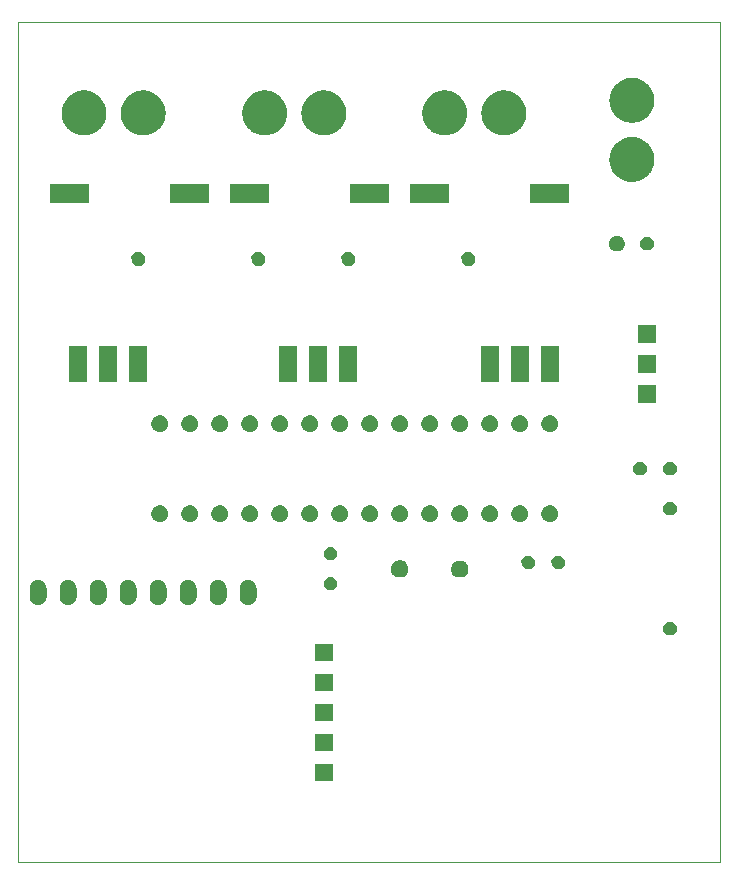
<source format=gbs>
G75*
G71*
%OFA0B0*%
%FSLAX23Y23*%
%IPPOS*%
%LPD*%
%ADD10C,0.1*%
%LPD*%D10*
X0Y0D02*
X0Y100D01*
X0Y200D01*
X0Y300D01*
X0Y400D01*
X0Y500D01*
X0Y600D01*
X0Y700D01*
X0Y800D01*
X0Y899D01*
X0Y999D01*
X0Y1099D01*
X0Y1199D01*
X0Y1299D01*
X0Y1399D01*
X0Y1499D01*
X0Y1599D01*
X0Y1699D01*
X0Y1799D01*
X0Y1899D01*
X0Y1999D01*
X0Y2099D01*
X0Y2199D01*
X0Y2299D01*
X0Y2399D01*
X0Y2498D01*
X0Y2598D01*
X0Y2698D01*
X0Y2798D01*
X0Y2898D01*
X0Y2998D01*
X0Y3098D01*
X0Y3198D01*
X0Y3298D01*
X0Y3398D01*
X0Y3498D01*
X0Y3598D01*
X0Y3698D01*
X0Y3798D01*
X0Y3898D01*
X0Y3998D01*
X0Y4098D01*
X0Y4197D01*
X0Y4297D01*
X0Y4397D01*
X0Y4497D01*
X0Y4597D01*
X0Y4697D01*
X0Y4797D01*
X0Y4897D01*
X0Y4997D01*
X0Y5097D01*
X0Y5197D01*
X0Y5297D01*
X0Y5397D01*
X0Y5497D01*
X0Y5597D01*
X0Y5697D01*
X0Y5797D01*
X0Y5896D01*
X0Y5996D01*
X0Y6096D01*
X0Y6196D01*
X0Y6296D01*
X0Y6396D01*
X0Y6496D01*
X0Y6596D01*
X0Y6696D01*
X0Y6796D01*
X0Y6896D01*
X0Y6996D01*
X0Y7096D01*
X0Y7196D01*
X0Y7296D01*
X0Y7396D01*
X0Y7496D01*
X0Y7595D01*
X0Y7695D01*
X0Y7795D01*
X0Y7895D01*
X0Y7995D01*
X0Y8095D01*
X0Y8195D01*
X0Y8295D01*
X0Y8395D01*
X0Y8495D01*
X0Y8595D01*
X0Y8695D01*
X0Y8795D01*
X0Y8895D01*
X0Y8995D01*
X0Y9095D01*
X0Y9195D01*
X0Y9294D01*
X0Y9394D01*
X0Y9494D01*
X0Y9594D01*
X0Y9694D01*
X0Y9794D01*
X0Y9894D01*
X0Y9994D01*
X0Y10094D01*
X0Y10194D01*
X0Y10294D01*
X0Y10394D01*
X0Y10494D01*
X0Y10594D01*
X0Y10694D01*
X0Y10794D01*
X0Y10893D01*
X0Y10993D01*
X0Y11093D01*
X0Y11193D01*
X0Y11293D01*
X0Y11393D01*
X0Y11493D01*
X0Y11593D01*
X0Y11693D01*
X0Y11793D01*
X0Y11893D01*
X0Y11993D01*
X0Y12093D01*
X0Y12193D01*
X0Y12293D01*
X0Y12393D01*
X0Y12493D01*
X0Y12592D01*
X0Y12692D01*
X0Y12792D01*
X0Y12892D01*
X0Y12992D01*
X0Y13092D01*
X0Y13192D01*
X0Y13292D01*
X0Y13392D01*
X0Y13492D01*
X0Y13592D01*
X0Y13692D01*
X0Y13792D01*
X0Y13892D01*
X0Y13992D01*
X0Y14092D01*
X0Y14192D01*
X0Y14291D01*
X0Y14391D01*
X0Y14491D01*
X0Y14591D01*
X0Y14691D01*
X0Y14791D01*
X0Y14891D01*
X0Y14991D01*
X0Y15091D01*
X0Y15191D01*
X0Y15291D01*
X0Y15391D01*
X0Y15491D01*
X0Y15591D01*
X0Y15691D01*
X0Y15791D01*
X0Y15890D01*
X0Y15990D01*
X0Y16090D01*
X0Y16190D01*
X0Y16290D01*
X0Y16390D01*
X0Y16490D01*
X0Y16590D01*
X0Y16690D01*
X0Y16790D01*
X0Y16890D01*
X0Y16990D01*
X0Y17090D01*
X0Y17190D01*
X0Y17290D01*
X0Y17390D01*
X0Y17490D01*
X0Y17589D01*
X0Y17689D01*
X0Y17789D01*
X0Y17889D01*
X0Y17989D01*
X0Y18089D01*
X0Y18189D01*
X0Y18289D01*
X0Y18389D01*
X0Y18489D01*
X0Y18589D01*
X0Y18689D01*
X0Y18789D01*
X0Y18889D01*
X0Y18989D01*
X0Y19089D01*
X0Y19189D01*
X0Y19288D01*
X0Y19388D01*
X0Y19488D01*
X0Y19588D01*
X0Y19688D01*
X0Y19788D01*
X0Y19888D01*
X0Y19988D01*
X0Y20088D01*
X0Y20188D01*
X0Y20288D01*
X0Y20388D01*
X0Y20488D01*
X0Y20588D01*
X0Y20688D01*
X0Y20788D01*
X0Y20888D01*
X0Y20987D01*
X0Y21087D01*
X0Y21187D01*
X0Y21287D01*
X0Y21387D01*
X0Y21487D01*
X0Y21587D01*
X0Y21687D01*
X0Y21787D01*
X0Y21887D01*
X0Y21987D01*
X0Y22087D01*
X0Y22187D01*
X0Y22287D01*
X0Y22387D01*
X0Y22487D01*
X0Y22586D01*
X0Y22686D01*
X0Y22786D01*
X0Y22886D01*
X0Y22986D01*
X0Y23086D01*
X0Y23186D01*
X0Y23286D01*
X0Y23386D01*
X0Y23486D01*
X0Y23586D01*
X0Y23686D01*
X0Y23786D01*
X0Y23886D01*
X0Y23986D01*
X0Y24086D01*
X0Y24186D01*
X0Y24285D01*
X0Y24385D01*
X0Y24485D01*
X0Y24585D01*
X0Y24685D01*
X0Y24785D01*
X0Y24885D01*
X0Y24985D01*
X0Y25085D01*
X0Y25185D01*
X0Y25285D01*
X0Y25385D01*
X0Y25485D01*
X0Y25585D01*
X0Y25685D01*
X0Y25785D01*
X0Y25885D01*
X0Y25984D01*
X0Y26084D01*
X0Y26184D01*
X0Y26284D01*
X0Y26384D01*
X0Y26484D01*
X0Y26584D01*
X0Y26684D01*
X0Y26784D01*
X0Y26884D01*
X0Y26984D01*
X0Y27084D01*
X0Y27184D01*
X0Y27284D01*
X0Y27384D01*
X0Y27484D01*
X0Y27584D01*
X0Y27683D01*
X0Y27783D01*
X0Y27883D01*
X0Y27983D01*
X0Y28083D01*
X0Y28183D01*
X0Y28283D01*
X0Y28383D01*
X0Y28483D01*
X0Y28583D01*
X0Y28683D01*
X0Y28783D01*
X0Y28883D01*
X0Y28983D01*
X0Y29083D01*
X0Y29183D01*
X0Y29282D01*
X0Y29382D01*
X0Y29482D01*
X0Y29582D01*
X0Y29682D01*
X0Y29782D01*
X0Y29882D01*
X0Y29982D01*
X0Y30082D01*
X0Y30182D01*
X0Y30282D01*
X0Y30382D01*
X0Y30482D01*
X0Y30582D01*
X0Y30682D01*
X0Y30782D01*
X0Y30882D01*
X0Y30981D01*
X0Y31081D01*
X0Y31181D01*
X0Y31281D01*
X0Y31381D01*
X0Y31481D01*
X0Y31581D01*
X0Y31681D01*
X0Y31781D01*
X0Y31881D01*
X0Y31981D01*
X0Y32081D01*
X0Y32181D01*
X0Y32281D01*
X0Y32381D01*
X0Y32481D01*
X0Y32581D01*
X0Y32680D01*
X0Y32780D01*
X0Y32880D01*
X0Y32980D01*
X0Y33080D01*
X0Y33180D01*
X0Y33280D01*
X0Y33380D01*
X0Y33480D01*
X0Y33580D01*
X0Y33680D01*
X0Y33780D01*
X0Y33880D01*
X0Y33980D01*
X0Y34080D01*
X0Y34180D01*
X0Y34280D01*
X0Y34379D01*
X0Y34479D01*
X0Y34579D01*
X0Y34679D01*
X0Y34779D01*
X0Y34879D01*
X0Y34979D01*
X0Y35079D01*
X0Y35179D01*
X0Y35279D01*
X0Y35379D01*
X0Y35479D01*
X0Y35579D01*
X0Y35679D01*
X0Y35779D01*
X0Y35879D01*
X0Y35978D01*
X0Y36078D01*
X0Y36178D01*
X0Y36278D01*
X0Y36378D01*
X0Y36478D01*
X0Y36578D01*
X0Y36678D01*
X0Y36778D01*
X0Y36878D01*
X0Y36978D01*
X0Y37078D01*
X0Y37178D01*
X0Y37278D01*
X0Y37378D01*
X0Y37478D01*
X0Y37578D01*
X0Y37677D01*
X0Y37777D01*
X0Y37877D01*
X0Y37977D01*
X0Y38077D01*
X0Y38177D01*
X0Y38277D01*
X0Y38377D01*
X0Y38477D01*
X0Y38577D01*
X0Y38677D01*
X0Y38777D01*
X0Y38877D01*
X0Y38977D01*
X0Y39077D01*
X0Y39177D01*
X0Y39277D01*
X0Y39376D01*
X0Y39476D01*
X0Y39576D01*
X0Y39676D01*
X0Y39776D01*
X0Y39876D01*
X0Y39976D01*
X0Y40076D01*
X0Y40176D01*
X0Y40276D01*
X0Y40376D01*
X0Y40476D01*
X0Y40576D01*
X0Y40676D01*
X0Y40776D01*
X0Y40876D01*
X0Y40976D01*
X0Y41075D01*
X0Y41175D01*
X0Y41275D01*
X0Y41375D01*
X0Y41475D01*
X0Y41575D01*
X0Y41675D01*
X0Y41775D01*
X0Y41875D01*
X0Y41975D01*
X0Y42075D01*
X0Y42175D01*
X0Y42275D01*
X0Y42375D01*
X0Y42475D01*
X0Y42575D01*
X0Y42675D01*
X0Y42774D01*
X0Y42874D01*
X0Y42974D01*
X0Y43074D01*
X0Y43174D01*
X0Y43274D01*
X0Y43374D01*
X0Y43474D01*
X0Y43574D01*
X0Y43674D01*
X0Y43774D01*
X0Y43874D01*
X0Y43974D01*
X0Y44074D01*
X0Y44174D01*
X0Y44274D01*
X0Y44373D01*
X0Y44473D01*
X0Y44573D01*
X0Y44673D01*
X0Y44773D01*
X0Y44873D01*
X0Y44973D01*
X0Y45073D01*
X0Y45173D01*
X0Y45273D01*
X0Y45373D01*
X0Y45473D01*
X0Y45573D01*
X0Y45673D01*
X0Y45773D01*
X0Y45873D01*
X0Y45973D01*
X0Y46072D01*
X0Y46172D01*
X0Y46272D01*
X0Y46372D01*
X0Y46472D01*
X0Y46572D01*
X0Y46672D01*
X0Y46772D01*
X0Y46872D01*
X0Y46972D01*
X0Y47072D01*
X0Y47172D01*
X0Y47272D01*
X0Y47372D01*
X0Y47472D01*
X0Y47572D01*
X0Y47672D01*
X0Y47771D01*
X0Y47871D01*
X0Y47971D01*
X0Y48071D01*
X0Y48171D01*
X0Y48271D01*
X0Y48371D01*
X0Y48471D01*
X0Y48571D01*
X0Y48671D01*
X0Y48771D01*
X0Y48871D01*
X0Y48971D01*
X0Y49071D01*
X0Y49171D01*
X0Y49271D01*
X0Y49371D01*
X0Y49470D01*
X0Y49570D01*
X0Y49670D01*
X0Y49770D01*
X0Y49870D01*
X0Y49970D01*
X0Y50070D01*
X0Y50170D01*
X0Y50270D01*
X0Y50370D01*
X0Y50470D01*
X0Y50570D01*
X0Y50670D01*
X0Y50770D01*
X0Y50870D01*
X0Y50970D01*
X0Y51070D01*
X0Y51169D01*
X0Y51269D01*
X0Y51369D01*
X0Y51469D01*
X0Y51569D01*
X0Y51669D01*
X0Y51769D01*
X0Y51869D01*
X0Y51969D01*
X0Y52069D01*
X0Y52169D01*
X0Y52269D01*
X0Y52369D01*
X0Y52469D01*
X0Y52569D01*
X0Y52669D01*
X0Y52768D01*
X0Y52868D01*
X0Y52968D01*
X0Y53068D01*
X0Y53168D01*
X0Y53268D01*
X0Y53368D01*
X0Y53468D01*
X0Y53568D01*
X0Y53668D01*
X0Y53768D01*
X0Y53868D01*
X0Y53968D01*
X0Y54068D01*
X0Y54168D01*
X0Y54268D01*
X0Y54368D01*
X0Y54467D01*
X0Y54567D01*
X0Y54667D01*
X0Y54767D01*
X0Y54867D01*
X0Y54967D01*
X0Y55067D01*
X0Y55167D01*
X0Y55267D01*
X0Y55367D01*
X0Y55467D01*
X0Y55567D01*
X0Y55667D01*
X0Y55767D01*
X0Y55867D01*
X0Y55967D01*
X0Y56067D01*
X0Y56166D01*
X0Y56266D01*
X0Y56366D01*
X0Y56466D01*
X0Y56566D01*
X0Y56666D01*
X0Y56766D01*
X0Y56866D01*
X0Y56966D01*
X0Y57066D01*
X0Y57166D01*
X0Y57266D01*
X0Y57366D01*
X0Y57466D01*
X0Y57566D01*
X0Y57666D01*
X0Y57766D01*
X0Y57865D01*
X0Y57965D01*
X0Y58065D01*
X0Y58165D01*
X0Y58265D01*
X0Y58365D01*
X0Y58465D01*
X0Y58565D01*
X0Y58665D01*
X0Y58765D01*
X0Y58865D01*
X0Y58965D01*
X0Y59065D01*
X0Y59165D01*
X0Y59265D01*
X0Y59365D01*
X0Y59465D01*
X0Y59564D01*
X0Y59664D01*
X0Y59764D01*
X0Y59864D01*
X0Y59964D01*
X0Y60064D01*
X0Y60164D01*
X0Y60264D01*
X0Y60364D01*
X0Y60464D01*
X0Y60564D01*
X0Y60664D01*
X0Y60764D01*
X0Y60864D01*
X0Y60964D01*
X0Y61064D01*
X0Y61164D01*
X0Y61263D01*
X0Y61363D01*
X0Y61463D01*
X0Y61563D01*
X0Y61663D01*
X0Y61763D01*
X0Y61863D01*
X0Y61963D01*
X0Y62063D01*
X0Y62163D01*
X0Y62263D01*
X0Y62363D01*
X0Y62463D01*
X0Y62563D01*
X0Y62663D01*
X0Y62763D01*
X0Y62863D01*
X0Y62962D01*
X0Y63062D01*
X0Y63162D01*
X0Y63262D01*
X0Y63362D01*
X0Y63462D01*
X0Y63562D01*
X0Y63662D01*
X0Y63762D01*
X0Y63862D01*
X0Y63962D01*
X0Y64062D01*
X0Y64162D01*
X0Y64262D01*
X0Y64362D01*
X0Y64462D01*
X0Y64562D01*
X0Y64661D01*
X0Y64761D01*
X0Y64861D01*
X0Y64961D01*
X0Y65061D01*
X0Y65161D01*
X0Y65261D01*
X0Y65361D01*
X0Y65461D01*
X0Y65561D01*
X0Y65661D01*
X0Y65761D01*
X0Y65861D01*
X0Y65961D01*
X0Y66061D01*
X0Y66161D01*
X0Y66261D01*
X0Y66360D01*
X0Y66460D01*
X0Y66560D01*
X0Y66660D01*
X0Y66760D01*
X0Y66860D01*
X0Y66960D01*
X0Y67060D01*
X0Y67160D01*
X0Y67260D01*
X0Y67360D01*
X0Y67460D01*
X0Y67560D01*
X0Y67660D01*
X0Y67760D01*
X0Y67860D01*
X0Y67960D01*
X0Y68059D01*
X0Y68159D01*
X0Y68259D01*
X0Y68359D01*
X0Y68459D01*
X0Y68559D01*
X0Y68659D01*
X0Y68759D01*
X0Y68859D01*
X0Y68959D01*
X0Y69059D01*
X0Y69159D01*
X0Y69259D01*
X0Y69359D01*
X0Y69459D01*
X0Y69559D01*
X0Y69659D01*
X0Y69758D01*
X0Y69858D01*
X0Y69958D01*
X0Y70058D01*
X0Y70158D01*
X0Y70258D01*
X0Y70358D01*
X0Y70458D01*
X0Y70558D01*
X0Y70658D01*
X0Y70758D01*
X0Y70858D01*
X0Y70958D01*
X0Y71058D01*
X0Y71158D01*
X100Y71158D01*
X200Y71158D01*
X300Y71158D01*
X400Y71158D01*
X500Y71158D01*
X599Y71158D01*
X699Y71158D01*
X799Y71158D01*
X899Y71158D01*
X999Y71158D01*
X1099Y71158D01*
X1199Y71158D01*
X1299Y71158D01*
X1399Y71158D01*
X1499Y71158D01*
X1598Y71158D01*
X1698Y71158D01*
X1798Y71158D01*
X1898Y71158D01*
X1998Y71158D01*
X2098Y71158D01*
X2198Y71158D01*
X2298Y71158D01*
X2398Y71158D01*
X2498Y71158D01*
X2597Y71158D01*
X2697Y71158D01*
X2797Y71158D01*
X2897Y71158D01*
X2997Y71158D01*
X3097Y71158D01*
X3197Y71158D01*
X3297Y71158D01*
X3397Y71158D01*
X3497Y71158D01*
X3596Y71158D01*
X3696Y71158D01*
X3796Y71158D01*
X3896Y71158D01*
X3996Y71158D01*
X4096Y71158D01*
X4196Y71158D01*
X4296Y71158D01*
X4396Y71158D01*
X4496Y71158D01*
X4595Y71158D01*
X4695Y71158D01*
X4795Y71158D01*
X4895Y71158D01*
X4995Y71158D01*
X5095Y71158D01*
X5195Y71158D01*
X5295Y71158D01*
X5395Y71158D01*
X5495Y71158D01*
X5594Y71158D01*
X5694Y71158D01*
X5794Y71158D01*
X5894Y71158D01*
X5994Y71158D01*
X6094Y71158D01*
X6194Y71158D01*
X6294Y71158D01*
X6394Y71158D01*
X6494Y71158D01*
X6593Y71158D01*
X6693Y71158D01*
X6793Y71158D01*
X6893Y71158D01*
X6993Y71158D01*
X7093Y71158D01*
X7193Y71158D01*
X7293Y71158D01*
X7393Y71158D01*
X7493Y71158D01*
X7592Y71158D01*
X7692Y71158D01*
X7792Y71158D01*
X7892Y71158D01*
X7992Y71158D01*
X8092Y71158D01*
X8192Y71158D01*
X8292Y71158D01*
X8392Y71158D01*
X8492Y71158D01*
X8591Y71158D01*
X8691Y71158D01*
X8791Y71158D01*
X8891Y71158D01*
X8991Y71158D01*
X9091Y71158D01*
X9191Y71158D01*
X9291Y71158D01*
X9391Y71158D01*
X9491Y71158D01*
X9590Y71158D01*
X9690Y71158D01*
X9790Y71158D01*
X9890Y71158D01*
X9990Y71158D01*
X10090Y71158D01*
X10190Y71158D01*
X10290Y71158D01*
X10390Y71158D01*
X10490Y71158D01*
X10589Y71158D01*
X10689Y71158D01*
X10789Y71158D01*
X10889Y71158D01*
X10989Y71158D01*
X11089Y71158D01*
X11189Y71158D01*
X11289Y71158D01*
X11389Y71158D01*
X11489Y71158D01*
X11589Y71158D01*
X11688Y71158D01*
X11788Y71158D01*
X11888Y71158D01*
X11988Y71158D01*
X12088Y71158D01*
X12188Y71158D01*
X12288Y71158D01*
X12388Y71158D01*
X12488Y71158D01*
X12588Y71158D01*
X12687Y71158D01*
X12787Y71158D01*
X12887Y71158D01*
X12987Y71158D01*
X13087Y71158D01*
X13187Y71158D01*
X13287Y71158D01*
X13387Y71158D01*
X13487Y71158D01*
X13587Y71158D01*
X13686Y71158D01*
X13786Y71158D01*
X13886Y71158D01*
X13986Y71158D01*
X14086Y71158D01*
X14186Y71158D01*
X14286Y71158D01*
X14386Y71158D01*
X14486Y71158D01*
X14586Y71158D01*
X14685Y71158D01*
X14785Y71158D01*
X14885Y71158D01*
X14985Y71158D01*
X15085Y71158D01*
X15185Y71158D01*
X15285Y71158D01*
X15385Y71158D01*
X15485Y71158D01*
X15585Y71158D01*
X15684Y71158D01*
X15784Y71158D01*
X15884Y71158D01*
X15984Y71158D01*
X16084Y71158D01*
X16184Y71158D01*
X16284Y71158D01*
X16384Y71158D01*
X16484Y71158D01*
X16584Y71158D01*
X16683Y71158D01*
X16783Y71158D01*
X16883Y71158D01*
X16983Y71158D01*
X17083Y71158D01*
X17183Y71158D01*
X17283Y71158D01*
X17383Y71158D01*
X17483Y71158D01*
X17583Y71158D01*
X17682Y71158D01*
X17782Y71158D01*
X17882Y71158D01*
X17982Y71158D01*
X18082Y71158D01*
X18182Y71158D01*
X18282Y71158D01*
X18382Y71158D01*
X18482Y71158D01*
X18582Y71158D01*
X18681Y71158D01*
X18781Y71158D01*
X18881Y71158D01*
X18981Y71158D01*
X19081Y71158D01*
X19181Y71158D01*
X19281Y71158D01*
X19381Y71158D01*
X19481Y71158D01*
X19581Y71158D01*
X19680Y71158D01*
X19780Y71158D01*
X19880Y71158D01*
X19980Y71158D01*
X20080Y71158D01*
X20180Y71158D01*
X20280Y71158D01*
X20380Y71158D01*
X20480Y71158D01*
X20580Y71158D01*
X20679Y71158D01*
X20779Y71158D01*
X20879Y71158D01*
X20979Y71158D01*
X21079Y71158D01*
X21179Y71158D01*
X21279Y71158D01*
X21379Y71158D01*
X21479Y71158D01*
X21579Y71158D01*
X21679Y71158D01*
X21778Y71158D01*
X21878Y71158D01*
X21978Y71158D01*
X22078Y71158D01*
X22178Y71158D01*
X22278Y71158D01*
X22378Y71158D01*
X22478Y71158D01*
X22578Y71158D01*
X22678Y71158D01*
X22777Y71158D01*
X22877Y71158D01*
X22977Y71158D01*
X23077Y71158D01*
X23177Y71158D01*
X23277Y71158D01*
X23377Y71158D01*
X23477Y71158D01*
X23577Y71158D01*
X23677Y71158D01*
X23776Y71158D01*
X23876Y71158D01*
X23976Y71158D01*
X24076Y71158D01*
X24176Y71158D01*
X24276Y71158D01*
X24376Y71158D01*
X24476Y71158D01*
X24576Y71158D01*
X24676Y71158D01*
X24775Y71158D01*
X24875Y71158D01*
X24975Y71158D01*
X25075Y71158D01*
X25175Y71158D01*
X25275Y71158D01*
X25375Y71158D01*
X25475Y71158D01*
X25575Y71158D01*
X25675Y71158D01*
X25774Y71158D01*
X25874Y71158D01*
X25974Y71158D01*
X26074Y71158D01*
X26174Y71158D01*
X26274Y71158D01*
X26374Y71158D01*
X26474Y71158D01*
X26574Y71158D01*
X26674Y71158D01*
X26773Y71158D01*
X26873Y71158D01*
X26973Y71158D01*
X27073Y71158D01*
X27173Y71158D01*
X27273Y71158D01*
X27373Y71158D01*
X27473Y71158D01*
X27573Y71158D01*
X27673Y71158D01*
X27772Y71158D01*
X27872Y71158D01*
X27972Y71158D01*
X28072Y71158D01*
X28172Y71158D01*
X28272Y71158D01*
X28372Y71158D01*
X28472Y71158D01*
X28572Y71158D01*
X28672Y71158D01*
X28771Y71158D01*
X28871Y71158D01*
X28971Y71158D01*
X29071Y71158D01*
X29171Y71158D01*
X29271Y71158D01*
X29371Y71158D01*
X29471Y71158D01*
X29571Y71158D01*
X29671Y71158D01*
X29770Y71158D01*
X29870Y71158D01*
X29970Y71158D01*
X30070Y71158D01*
X30170Y71158D01*
X30270Y71158D01*
X30370Y71158D01*
X30470Y71158D01*
X30570Y71158D01*
X30670Y71158D01*
X30770Y71158D01*
X30869Y71158D01*
X30969Y71158D01*
X31069Y71158D01*
X31169Y71158D01*
X31269Y71158D01*
X31369Y71158D01*
X31469Y71158D01*
X31569Y71158D01*
X31669Y71158D01*
X31769Y71158D01*
X31868Y71158D01*
X31968Y71158D01*
X32068Y71158D01*
X32168Y71158D01*
X32268Y71158D01*
X32368Y71158D01*
X32468Y71158D01*
X32568Y71158D01*
X32668Y71158D01*
X32768Y71158D01*
X32867Y71158D01*
X32967Y71158D01*
X33067Y71158D01*
X33167Y71158D01*
X33267Y71158D01*
X33367Y71158D01*
X33467Y71158D01*
X33567Y71158D01*
X33667Y71158D01*
X33767Y71158D01*
X33866Y71158D01*
X33966Y71158D01*
X34066Y71158D01*
X34166Y71158D01*
X34266Y71158D01*
X34366Y71158D01*
X34466Y71158D01*
X34566Y71158D01*
X34666Y71158D01*
X34766Y71158D01*
X34865Y71158D01*
X34965Y71158D01*
X35065Y71158D01*
X35165Y71158D01*
X35265Y71158D01*
X35365Y71158D01*
X35465Y71158D01*
X35565Y71158D01*
X35665Y71158D01*
X35765Y71158D01*
X35864Y71158D01*
X35964Y71158D01*
X36064Y71158D01*
X36164Y71158D01*
X36264Y71158D01*
X36364Y71158D01*
X36464Y71158D01*
X36564Y71158D01*
X36664Y71158D01*
X36764Y71158D01*
X36863Y71158D01*
X36963Y71158D01*
X37063Y71158D01*
X37163Y71158D01*
X37263Y71158D01*
X37363Y71158D01*
X37463Y71158D01*
X37563Y71158D01*
X37663Y71158D01*
X37763Y71158D01*
X37862Y71158D01*
X37962Y71158D01*
X38062Y71158D01*
X38162Y71158D01*
X38262Y71158D01*
X38362Y71158D01*
X38462Y71158D01*
X38562Y71158D01*
X38662Y71158D01*
X38762Y71158D01*
X38862Y71158D01*
X38961Y71158D01*
X39061Y71158D01*
X39161Y71158D01*
X39261Y71158D01*
X39361Y71158D01*
X39461Y71158D01*
X39561Y71158D01*
X39661Y71158D01*
X39761Y71158D01*
X39861Y71158D01*
X39960Y71158D01*
X40060Y71158D01*
X40160Y71158D01*
X40260Y71158D01*
X40360Y71158D01*
X40460Y71158D01*
X40560Y71158D01*
X40660Y71158D01*
X40760Y71158D01*
X40860Y71158D01*
X40959Y71158D01*
X41059Y71158D01*
X41159Y71158D01*
X41259Y71158D01*
X41359Y71158D01*
X41459Y71158D01*
X41559Y71158D01*
X41659Y71158D01*
X41759Y71158D01*
X41859Y71158D01*
X41958Y71158D01*
X42058Y71158D01*
X42158Y71158D01*
X42258Y71158D01*
X42358Y71158D01*
X42458Y71158D01*
X42558Y71158D01*
X42658Y71158D01*
X42758Y71158D01*
X42858Y71158D01*
X42957Y71158D01*
X43057Y71158D01*
X43157Y71158D01*
X43257Y71158D01*
X43357Y71158D01*
X43457Y71158D01*
X43557Y71158D01*
X43657Y71158D01*
X43757Y71158D01*
X43857Y71158D01*
X43956Y71158D01*
X44056Y71158D01*
X44156Y71158D01*
X44256Y71158D01*
X44356Y71158D01*
X44456Y71158D01*
X44556Y71158D01*
X44656Y71158D01*
X44756Y71158D01*
X44856Y71158D01*
X44955Y71158D01*
X45055Y71158D01*
X45155Y71158D01*
X45255Y71158D01*
X45355Y71158D01*
X45455Y71158D01*
X45555Y71158D01*
X45655Y71158D01*
X45755Y71158D01*
X45855Y71158D01*
X45955Y71158D01*
X46054Y71158D01*
X46154Y71158D01*
X46254Y71158D01*
X46354Y71158D01*
X46454Y71158D01*
X46554Y71158D01*
X46654Y71158D01*
X46754Y71158D01*
X46854Y71158D01*
X46954Y71158D01*
X47053Y71158D01*
X47153Y71158D01*
X47253Y71158D01*
X47353Y71158D01*
X47453Y71158D01*
X47553Y71158D01*
X47653Y71158D01*
X47753Y71158D01*
X47853Y71158D01*
X47953Y71158D01*
X48052Y71158D01*
X48152Y71158D01*
X48252Y71158D01*
X48352Y71158D01*
X48452Y71158D01*
X48552Y71158D01*
X48652Y71158D01*
X48752Y71158D01*
X48852Y71158D01*
X48952Y71158D01*
X49051Y71158D01*
X49151Y71158D01*
X49251Y71158D01*
X49351Y71158D01*
X49451Y71158D01*
X49551Y71158D01*
X49651Y71158D01*
X49751Y71158D01*
X49851Y71158D01*
X49951Y71158D01*
X50050Y71158D01*
X50150Y71158D01*
X50250Y71158D01*
X50350Y71158D01*
X50450Y71158D01*
X50550Y71158D01*
X50650Y71158D01*
X50750Y71158D01*
X50850Y71158D01*
X50950Y71158D01*
X51049Y71158D01*
X51149Y71158D01*
X51249Y71158D01*
X51349Y71158D01*
X51449Y71158D01*
X51549Y71158D01*
X51649Y71158D01*
X51749Y71158D01*
X51849Y71158D01*
X51949Y71158D01*
X52049Y71158D01*
X52148Y71158D01*
X52248Y71158D01*
X52348Y71158D01*
X52448Y71158D01*
X52548Y71158D01*
X52648Y71158D01*
X52748Y71158D01*
X52848Y71158D01*
X52948Y71158D01*
X53048Y71158D01*
X53147Y71158D01*
X53247Y71158D01*
X53347Y71158D01*
X53447Y71158D01*
X53547Y71158D01*
X53647Y71158D01*
X53747Y71158D01*
X53847Y71158D01*
X53947Y71158D01*
X54047Y71158D01*
X54146Y71158D01*
X54246Y71158D01*
X54346Y71158D01*
X54446Y71158D01*
X54546Y71158D01*
X54646Y71158D01*
X54746Y71158D01*
X54846Y71158D01*
X54946Y71158D01*
X55046Y71158D01*
X55145Y71158D01*
X55245Y71158D01*
X55345Y71158D01*
X55445Y71158D01*
X55545Y71158D01*
X55645Y71158D01*
X55745Y71158D01*
X55845Y71158D01*
X55945Y71158D01*
X56045Y71158D01*
X56144Y71158D01*
X56244Y71158D01*
X56344Y71158D01*
X56444Y71158D01*
X56544Y71158D01*
X56644Y71158D01*
X56744Y71158D01*
X56844Y71158D01*
X56944Y71158D01*
X57044Y71158D01*
X57144Y71158D01*
X57243Y71158D01*
X57343Y71158D01*
X57443Y71158D01*
X57543Y71158D01*
X57643Y71158D01*
X57743Y71158D01*
X57843Y71158D01*
X57943Y71158D01*
X58043Y71158D01*
X58143Y71158D01*
X58242Y71158D01*
X58342Y71158D01*
X58442Y71158D01*
X58542Y71158D01*
X58642Y71158D01*
X58742Y71158D01*
X58842Y71158D01*
X58942Y71158D01*
X59042Y71158D01*
X59142Y71158D01*
X59242Y71158D01*
X59341Y71158D01*
X59441Y71158D01*
X59441Y71058D01*
X59441Y70958D01*
X59441Y70858D01*
X59441Y70758D01*
X59441Y70658D01*
X59441Y70558D01*
X59441Y70458D01*
X59441Y70358D01*
X59441Y70258D01*
X59441Y70158D01*
X59441Y70058D01*
X59441Y69958D01*
X59441Y69859D01*
X59441Y69759D01*
X59441Y69659D01*
X59441Y69559D01*
X59441Y69459D01*
X59441Y69359D01*
X59441Y69259D01*
X59441Y69159D01*
X59441Y69059D01*
X59441Y68959D01*
X59441Y68859D01*
X59441Y68759D01*
X59441Y68659D01*
X59441Y68559D01*
X59441Y68459D01*
X59441Y68359D01*
X59441Y68259D01*
X59441Y68160D01*
X59441Y68060D01*
X59441Y67960D01*
X59441Y67860D01*
X59441Y67760D01*
X59441Y67660D01*
X59441Y67560D01*
X59441Y67460D01*
X59441Y67360D01*
X59441Y67260D01*
X59441Y67160D01*
X59441Y67060D01*
X59441Y66960D01*
X59441Y66860D01*
X59441Y66760D01*
X59441Y66660D01*
X59441Y66561D01*
X59441Y66461D01*
X59441Y66361D01*
X59441Y66261D01*
X59441Y66161D01*
X59441Y66061D01*
X59441Y65961D01*
X59441Y65861D01*
X59441Y65761D01*
X59441Y65661D01*
X59441Y65561D01*
X59441Y65461D01*
X59441Y65361D01*
X59441Y65261D01*
X59441Y65161D01*
X59441Y65061D01*
X59441Y64961D01*
X59441Y64862D01*
X59441Y64762D01*
X59441Y64662D01*
X59441Y64562D01*
X59441Y64462D01*
X59441Y64362D01*
X59441Y64262D01*
X59441Y64162D01*
X59441Y64062D01*
X59441Y63962D01*
X59441Y63862D01*
X59441Y63762D01*
X59441Y63662D01*
X59441Y63562D01*
X59441Y63462D01*
X59441Y63362D01*
X59441Y63262D01*
X59441Y63163D01*
X59441Y63063D01*
X59441Y62963D01*
X59441Y62863D01*
X59441Y62763D01*
X59441Y62663D01*
X59441Y62563D01*
X59441Y62463D01*
X59441Y62363D01*
X59441Y62263D01*
X59441Y62163D01*
X59441Y62063D01*
X59441Y61963D01*
X59441Y61863D01*
X59441Y61763D01*
X59441Y61663D01*
X59441Y61564D01*
X59441Y61464D01*
X59441Y61364D01*
X59441Y61264D01*
X59441Y61164D01*
X59441Y61064D01*
X59441Y60964D01*
X59441Y60864D01*
X59441Y60764D01*
X59441Y60664D01*
X59441Y60564D01*
X59441Y60464D01*
X59441Y60364D01*
X59441Y60264D01*
X59441Y60164D01*
X59441Y60064D01*
X59441Y59964D01*
X59441Y59865D01*
X59441Y59765D01*
X59441Y59665D01*
X59441Y59565D01*
X59441Y59465D01*
X59441Y59365D01*
X59441Y59265D01*
X59441Y59165D01*
X59441Y59065D01*
X59441Y58965D01*
X59441Y58865D01*
X59441Y58765D01*
X59441Y58665D01*
X59441Y58565D01*
X59441Y58465D01*
X59441Y58365D01*
X59441Y58265D01*
X59441Y58166D01*
X59441Y58066D01*
X59441Y57966D01*
X59441Y57866D01*
X59441Y57766D01*
X59441Y57666D01*
X59441Y57566D01*
X59441Y57466D01*
X59441Y57366D01*
X59441Y57266D01*
X59441Y57166D01*
X59441Y57066D01*
X59441Y56966D01*
X59441Y56866D01*
X59441Y56766D01*
X59441Y56666D01*
X59441Y56566D01*
X59441Y56467D01*
X59441Y56367D01*
X59441Y56267D01*
X59441Y56167D01*
X59441Y56067D01*
X59441Y55967D01*
X59441Y55867D01*
X59441Y55767D01*
X59441Y55667D01*
X59441Y55567D01*
X59441Y55467D01*
X59441Y55367D01*
X59441Y55267D01*
X59441Y55167D01*
X59441Y55067D01*
X59441Y54967D01*
X59441Y54868D01*
X59441Y54768D01*
X59441Y54668D01*
X59441Y54568D01*
X59441Y54468D01*
X59441Y54368D01*
X59441Y54268D01*
X59441Y54168D01*
X59441Y54068D01*
X59441Y53968D01*
X59441Y53868D01*
X59441Y53768D01*
X59441Y53668D01*
X59441Y53568D01*
X59441Y53468D01*
X59441Y53368D01*
X59441Y53268D01*
X59441Y53169D01*
X59441Y53069D01*
X59441Y52969D01*
X59441Y52869D01*
X59441Y52769D01*
X59441Y52669D01*
X59441Y52569D01*
X59441Y52469D01*
X59441Y52369D01*
X59441Y52269D01*
X59441Y52169D01*
X59441Y52069D01*
X59441Y51969D01*
X59441Y51869D01*
X59441Y51769D01*
X59441Y51669D01*
X59441Y51569D01*
X59441Y51470D01*
X59441Y51370D01*
X59441Y51270D01*
X59441Y51170D01*
X59441Y51070D01*
X59441Y50970D01*
X59441Y50870D01*
X59441Y50770D01*
X59441Y50670D01*
X59441Y50570D01*
X59441Y50470D01*
X59441Y50370D01*
X59441Y50270D01*
X59441Y50170D01*
X59441Y50070D01*
X59441Y49970D01*
X59441Y49871D01*
X59441Y49771D01*
X59441Y49671D01*
X59441Y49571D01*
X59441Y49471D01*
X59441Y49371D01*
X59441Y49271D01*
X59441Y49171D01*
X59441Y49071D01*
X59441Y48971D01*
X59441Y48871D01*
X59441Y48771D01*
X59441Y48671D01*
X59441Y48571D01*
X59441Y48471D01*
X59441Y48371D01*
X59441Y48271D01*
X59441Y48172D01*
X59441Y48072D01*
X59441Y47972D01*
X59441Y47872D01*
X59441Y47772D01*
X59441Y47672D01*
X59441Y47572D01*
X59441Y47472D01*
X59441Y47372D01*
X59441Y47272D01*
X59441Y47172D01*
X59441Y47072D01*
X59441Y46972D01*
X59441Y46872D01*
X59441Y46772D01*
X59441Y46672D01*
X59441Y46572D01*
X59441Y46473D01*
X59441Y46373D01*
X59441Y46273D01*
X59441Y46173D01*
X59441Y46073D01*
X59441Y45973D01*
X59441Y45873D01*
X59441Y45773D01*
X59441Y45673D01*
X59441Y45573D01*
X59441Y45473D01*
X59441Y45373D01*
X59441Y45273D01*
X59441Y45173D01*
X59441Y45073D01*
X59441Y44973D01*
X59441Y44873D01*
X59441Y44774D01*
X59441Y44674D01*
X59441Y44574D01*
X59441Y44474D01*
X59441Y44374D01*
X59441Y44274D01*
X59441Y44174D01*
X59441Y44074D01*
X59441Y43974D01*
X59441Y43874D01*
X59441Y43774D01*
X59441Y43674D01*
X59441Y43574D01*
X59441Y43474D01*
X59441Y43374D01*
X59441Y43274D01*
X59441Y43175D01*
X59441Y43075D01*
X59441Y42975D01*
X59441Y42875D01*
X59441Y42775D01*
X59441Y42675D01*
X59441Y42575D01*
X59441Y42475D01*
X59441Y42375D01*
X59441Y42275D01*
X59441Y42175D01*
X59441Y42075D01*
X59441Y41975D01*
X59441Y41875D01*
X59441Y41775D01*
X59441Y41675D01*
X59441Y41575D01*
X59441Y41476D01*
X59441Y41376D01*
X59441Y41276D01*
X59441Y41176D01*
X59441Y41076D01*
X59441Y40976D01*
X59441Y40876D01*
X59441Y40776D01*
X59441Y40676D01*
X59441Y40576D01*
X59441Y40476D01*
X59441Y40376D01*
X59441Y40276D01*
X59441Y40176D01*
X59441Y40076D01*
X59441Y39976D01*
X59441Y39876D01*
X59441Y39777D01*
X59441Y39677D01*
X59441Y39577D01*
X59441Y39477D01*
X59441Y39377D01*
X59441Y39277D01*
X59441Y39177D01*
X59441Y39077D01*
X59441Y38977D01*
X59441Y38877D01*
X59441Y38777D01*
X59441Y38677D01*
X59441Y38577D01*
X59441Y38477D01*
X59441Y38377D01*
X59441Y38277D01*
X59441Y38177D01*
X59441Y38078D01*
X59441Y37978D01*
X59441Y37878D01*
X59441Y37778D01*
X59441Y37678D01*
X59441Y37578D01*
X59441Y37478D01*
X59441Y37378D01*
X59441Y37278D01*
X59441Y37178D01*
X59441Y37078D01*
X59441Y36978D01*
X59441Y36878D01*
X59441Y36778D01*
X59441Y36678D01*
X59441Y36578D01*
X59441Y36478D01*
X59441Y36379D01*
X59441Y36279D01*
X59441Y36179D01*
X59441Y36079D01*
X59441Y35979D01*
X59441Y35879D01*
X59441Y35779D01*
X59441Y35679D01*
X59441Y35579D01*
X59441Y35479D01*
X59441Y35379D01*
X59441Y35279D01*
X59441Y35179D01*
X59441Y35079D01*
X59441Y34979D01*
X59441Y34879D01*
X59441Y34780D01*
X59441Y34680D01*
X59441Y34580D01*
X59441Y34480D01*
X59441Y34380D01*
X59441Y34280D01*
X59441Y34180D01*
X59441Y34080D01*
X59441Y33980D01*
X59441Y33880D01*
X59441Y33780D01*
X59441Y33680D01*
X59441Y33580D01*
X59441Y33480D01*
X59441Y33380D01*
X59441Y33280D01*
X59441Y33180D01*
X59441Y33081D01*
X59441Y32981D01*
X59441Y32881D01*
X59441Y32781D01*
X59441Y32681D01*
X59441Y32581D01*
X59441Y32481D01*
X59441Y32381D01*
X59441Y32281D01*
X59441Y32181D01*
X59441Y32081D01*
X59441Y31981D01*
X59441Y31881D01*
X59441Y31781D01*
X59441Y31681D01*
X59441Y31581D01*
X59441Y31481D01*
X59441Y31382D01*
X59441Y31282D01*
X59441Y31182D01*
X59441Y31082D01*
X59441Y30982D01*
X59441Y30882D01*
X59441Y30782D01*
X59441Y30682D01*
X59441Y30582D01*
X59441Y30482D01*
X59441Y30382D01*
X59441Y30282D01*
X59441Y30182D01*
X59441Y30082D01*
X59441Y29982D01*
X59441Y29882D01*
X59441Y29782D01*
X59441Y29683D01*
X59441Y29583D01*
X59441Y29483D01*
X59441Y29383D01*
X59441Y29283D01*
X59441Y29183D01*
X59441Y29083D01*
X59441Y28983D01*
X59441Y28883D01*
X59441Y28783D01*
X59441Y28683D01*
X59441Y28583D01*
X59441Y28483D01*
X59441Y28383D01*
X59441Y28283D01*
X59441Y28183D01*
X59441Y28083D01*
X59441Y27984D01*
X59441Y27884D01*
X59441Y27784D01*
X59441Y27684D01*
X59441Y27584D01*
X59441Y27484D01*
X59441Y27384D01*
X59441Y27284D01*
X59441Y27184D01*
X59441Y27084D01*
X59441Y26984D01*
X59441Y26884D01*
X59441Y26784D01*
X59441Y26684D01*
X59441Y26584D01*
X59441Y26484D01*
X59441Y26385D01*
X59441Y26285D01*
X59441Y26185D01*
X59441Y26085D01*
X59441Y25985D01*
X59441Y25885D01*
X59441Y25785D01*
X59441Y25685D01*
X59441Y25585D01*
X59441Y25485D01*
X59441Y25385D01*
X59441Y25285D01*
X59441Y25185D01*
X59441Y25085D01*
X59441Y24985D01*
X59441Y24885D01*
X59441Y24785D01*
X59441Y24686D01*
X59441Y24586D01*
X59441Y24486D01*
X59441Y24386D01*
X59441Y24286D01*
X59441Y24186D01*
X59441Y24086D01*
X59441Y23986D01*
X59441Y23886D01*
X59441Y23786D01*
X59441Y23686D01*
X59441Y23586D01*
X59441Y23486D01*
X59441Y23386D01*
X59441Y23286D01*
X59441Y23186D01*
X59441Y23086D01*
X59441Y22987D01*
X59441Y22887D01*
X59441Y22787D01*
X59441Y22687D01*
X59441Y22587D01*
X59441Y22487D01*
X59441Y22387D01*
X59441Y22287D01*
X59441Y22187D01*
X59441Y22087D01*
X59441Y21987D01*
X59441Y21887D01*
X59441Y21787D01*
X59441Y21687D01*
X59441Y21587D01*
X59441Y21487D01*
X59441Y21387D01*
X59441Y21288D01*
X59441Y21188D01*
X59441Y21088D01*
X59441Y20988D01*
X59441Y20888D01*
X59441Y20788D01*
X59441Y20688D01*
X59441Y20588D01*
X59441Y20488D01*
X59441Y20388D01*
X59441Y20288D01*
X59441Y20188D01*
X59441Y20088D01*
X59441Y19988D01*
X59441Y19888D01*
X59441Y19788D01*
X59441Y19688D01*
X59441Y19589D01*
X59441Y19489D01*
X59441Y19389D01*
X59441Y19289D01*
X59441Y19189D01*
X59441Y19089D01*
X59441Y18989D01*
X59441Y18889D01*
X59441Y18789D01*
X59441Y18689D01*
X59441Y18589D01*
X59441Y18489D01*
X59441Y18389D01*
X59441Y18289D01*
X59441Y18189D01*
X59441Y18089D01*
X59441Y17990D01*
X59441Y17890D01*
X59441Y17790D01*
X59441Y17690D01*
X59441Y17590D01*
X59441Y17490D01*
X59441Y17390D01*
X59441Y17290D01*
X59441Y17190D01*
X59441Y17090D01*
X59441Y16990D01*
X59441Y16890D01*
X59441Y16790D01*
X59441Y16690D01*
X59441Y16590D01*
X59441Y16490D01*
X59441Y16390D01*
X59441Y16291D01*
X59441Y16191D01*
X59441Y16091D01*
X59441Y15991D01*
X59441Y15891D01*
X59441Y15791D01*
X59441Y15691D01*
X59441Y15591D01*
X59441Y15491D01*
X59441Y15391D01*
X59441Y15291D01*
X59441Y15191D01*
X59441Y15091D01*
X59441Y14991D01*
X59441Y14891D01*
X59441Y14791D01*
X59441Y14691D01*
X59441Y14592D01*
X59441Y14492D01*
X59441Y14392D01*
X59441Y14292D01*
X59441Y14192D01*
X59441Y14092D01*
X59441Y13992D01*
X59441Y13892D01*
X59441Y13792D01*
X59441Y13692D01*
X59441Y13592D01*
X59441Y13492D01*
X59441Y13392D01*
X59441Y13292D01*
X59441Y13192D01*
X59441Y13092D01*
X59441Y12992D01*
X59441Y12893D01*
X59441Y12793D01*
X59441Y12693D01*
X59441Y12593D01*
X59441Y12493D01*
X59441Y12393D01*
X59441Y12293D01*
X59441Y12193D01*
X59441Y12093D01*
X59441Y11993D01*
X59441Y11893D01*
X59441Y11793D01*
X59441Y11693D01*
X59441Y11593D01*
X59441Y11493D01*
X59441Y11393D01*
X59441Y11293D01*
X59441Y11194D01*
X59441Y11094D01*
X59441Y10994D01*
X59441Y10894D01*
X59441Y10794D01*
X59441Y10694D01*
X59441Y10594D01*
X59441Y10494D01*
X59441Y10394D01*
X59441Y10294D01*
X59441Y10194D01*
X59441Y10094D01*
X59441Y9994D01*
X59441Y9894D01*
X59441Y9794D01*
X59441Y9694D01*
X59441Y9594D01*
X59441Y9495D01*
X59441Y9395D01*
X59441Y9295D01*
X59441Y9195D01*
X59441Y9095D01*
X59441Y8995D01*
X59441Y8895D01*
X59441Y8795D01*
X59441Y8695D01*
X59441Y8595D01*
X59441Y8495D01*
X59441Y8395D01*
X59441Y8295D01*
X59441Y8195D01*
X59441Y8095D01*
X59441Y7995D01*
X59441Y7895D01*
X59441Y7796D01*
X59441Y7696D01*
X59441Y7596D01*
X59441Y7496D01*
X59441Y7396D01*
X59441Y7296D01*
X59441Y7196D01*
X59441Y7096D01*
X59441Y6996D01*
X59441Y6896D01*
X59441Y6796D01*
X59441Y6696D01*
X59441Y6596D01*
X59441Y6496D01*
X59441Y6396D01*
X59441Y6296D01*
X59441Y6196D01*
X59441Y6097D01*
X59441Y5997D01*
X59441Y5897D01*
X59441Y5797D01*
X59441Y5697D01*
X59441Y5597D01*
X59441Y5497D01*
X59441Y5397D01*
X59441Y5297D01*
X59441Y5197D01*
X59441Y5097D01*
X59441Y4997D01*
X59441Y4897D01*
X59441Y4797D01*
X59441Y4697D01*
X59441Y4597D01*
X59441Y4497D01*
X59441Y4398D01*
X59441Y4298D01*
X59441Y4198D01*
X59441Y4098D01*
X59441Y3998D01*
X59441Y3898D01*
X59441Y3798D01*
X59441Y3698D01*
X59441Y3598D01*
X59441Y3498D01*
X59441Y3398D01*
X59441Y3298D01*
X59441Y3198D01*
X59441Y3098D01*
X59441Y2998D01*
X59441Y2898D01*
X59441Y2798D01*
X59441Y2699D01*
X59441Y2599D01*
X59441Y2499D01*
X59441Y2399D01*
X59441Y2299D01*
X59441Y2199D01*
X59441Y2099D01*
X59441Y1999D01*
X59441Y1899D01*
X59441Y1799D01*
X59441Y1699D01*
X59441Y1599D01*
X59441Y1499D01*
X59441Y1399D01*
X59441Y1299D01*
X59441Y1199D01*
X59441Y1099D01*
X59441Y999D01*
X59441Y900D01*
X59441Y800D01*
X59441Y700D01*
X59441Y600D01*
X59441Y500D01*
X59441Y400D01*
X59441Y300D01*
X59441Y200D01*
X59441Y100D01*
X59441Y0D01*
X59341Y0D01*
X59242Y0D01*
X59142Y0D01*
X59042Y0D01*
X58942Y0D01*
X58842Y0D01*
X58742Y0D01*
X58642Y0D01*
X58542Y0D01*
X58442Y0D01*
X58342Y0D01*
X58243Y0D01*
X58143Y0D01*
X58043Y0D01*
X57943Y0D01*
X57843Y0D01*
X57743Y0D01*
X57643Y0D01*
X57543Y0D01*
X57443Y0D01*
X57343Y0D01*
X57244Y0D01*
X57144Y0D01*
X57044Y0D01*
X56944Y0D01*
X56844Y0D01*
X56744Y0D01*
X56644Y0D01*
X56544Y0D01*
X56444Y0D01*
X56344Y0D01*
X56245Y0D01*
X56145Y0D01*
X56045Y0D01*
X55945Y0D01*
X55845Y0D01*
X55745Y0D01*
X55645Y0D01*
X55545Y0D01*
X55445Y0D01*
X55345Y0D01*
X55245Y0D01*
X55146Y0D01*
X55046Y0D01*
X54946Y0D01*
X54846Y0D01*
X54746Y0D01*
X54646Y0D01*
X54546Y0D01*
X54446Y0D01*
X54346Y0D01*
X54246Y0D01*
X54147Y0D01*
X54047Y0D01*
X53947Y0D01*
X53847Y0D01*
X53747Y0D01*
X53647Y0D01*
X53547Y0D01*
X53447Y0D01*
X53347Y0D01*
X53247Y0D01*
X53148Y0D01*
X53048Y0D01*
X52948Y0D01*
X52848Y0D01*
X52748Y0D01*
X52648Y0D01*
X52548Y0D01*
X52448Y0D01*
X52348Y0D01*
X52248Y0D01*
X52149Y0D01*
X52049Y0D01*
X51949Y0D01*
X51849Y0D01*
X51749Y0D01*
X51649Y0D01*
X51549Y0D01*
X51449Y0D01*
X51349Y0D01*
X51249Y0D01*
X51150Y0D01*
X51050Y0D01*
X50950Y0D01*
X50850Y0D01*
X50750Y0D01*
X50650Y0D01*
X50550Y0D01*
X50450Y0D01*
X50350Y0D01*
X50250Y0D01*
X50151Y0D01*
X50051Y0D01*
X49951Y0D01*
X49851Y0D01*
X49751Y0D01*
X49651Y0D01*
X49551Y0D01*
X49451Y0D01*
X49351Y0D01*
X49251Y0D01*
X49152Y0D01*
X49052Y0D01*
X48952Y0D01*
X48852Y0D01*
X48752Y0D01*
X48652Y0D01*
X48552Y0D01*
X48452Y0D01*
X48352Y0D01*
X48252Y0D01*
X48153Y0D01*
X48053Y0D01*
X47953Y0D01*
X47853Y0D01*
X47753Y0D01*
X47653Y0D01*
X47553Y0D01*
X47453Y0D01*
X47353Y0D01*
X47253Y0D01*
X47154Y0D01*
X47054Y0D01*
X46954Y0D01*
X46854Y0D01*
X46754Y0D01*
X46654Y0D01*
X46554Y0D01*
X46454Y0D01*
X46354Y0D01*
X46254Y0D01*
X46155Y0D01*
X46055Y0D01*
X45955Y0D01*
X45855Y0D01*
X45755Y0D01*
X45655Y0D01*
X45555Y0D01*
X45455Y0D01*
X45355Y0D01*
X45255Y0D01*
X45156Y0D01*
X45056Y0D01*
X44956Y0D01*
X44856Y0D01*
X44756Y0D01*
X44656Y0D01*
X44556Y0D01*
X44456Y0D01*
X44356Y0D01*
X44256Y0D01*
X44156Y0D01*
X44057Y0D01*
X43957Y0D01*
X43857Y0D01*
X43757Y0D01*
X43657Y0D01*
X43557Y0D01*
X43457Y0D01*
X43357Y0D01*
X43257Y0D01*
X43157Y0D01*
X43058Y0D01*
X42958Y0D01*
X42858Y0D01*
X42758Y0D01*
X42658Y0D01*
X42558Y0D01*
X42458Y0D01*
X42358Y0D01*
X42258Y0D01*
X42158Y0D01*
X42059Y0D01*
X41959Y0D01*
X41859Y0D01*
X41759Y0D01*
X41659Y0D01*
X41559Y0D01*
X41459Y0D01*
X41359Y0D01*
X41259Y0D01*
X41159Y0D01*
X41060Y0D01*
X40960Y0D01*
X40860Y0D01*
X40760Y0D01*
X40660Y0D01*
X40560Y0D01*
X40460Y0D01*
X40360Y0D01*
X40260Y0D01*
X40160Y0D01*
X40061Y0D01*
X39961Y0D01*
X39861Y0D01*
X39761Y0D01*
X39661Y0D01*
X39561Y0D01*
X39461Y0D01*
X39361Y0D01*
X39261Y0D01*
X39161Y0D01*
X39062Y0D01*
X38962Y0D01*
X38862Y0D01*
X38762Y0D01*
X38662Y0D01*
X38562Y0D01*
X38462Y0D01*
X38362Y0D01*
X38262Y0D01*
X38162Y0D01*
X38063Y0D01*
X37963Y0D01*
X37863Y0D01*
X37763Y0D01*
X37663Y0D01*
X37563Y0D01*
X37463Y0D01*
X37363Y0D01*
X37263Y0D01*
X37163Y0D01*
X37064Y0D01*
X36964Y0D01*
X36864Y0D01*
X36764Y0D01*
X36664Y0D01*
X36564Y0D01*
X36464Y0D01*
X36364Y0D01*
X36264Y0D01*
X36164Y0D01*
X36065Y0D01*
X35965Y0D01*
X35865Y0D01*
X35765Y0D01*
X35665Y0D01*
X35565Y0D01*
X35465Y0D01*
X35365Y0D01*
X35265Y0D01*
X35165Y0D01*
X35066Y0D01*
X34966Y0D01*
X34866Y0D01*
X34766Y0D01*
X34666Y0D01*
X34566Y0D01*
X34466Y0D01*
X34366Y0D01*
X34266Y0D01*
X34166Y0D01*
X34066Y0D01*
X33967Y0D01*
X33867Y0D01*
X33767Y0D01*
X33667Y0D01*
X33567Y0D01*
X33467Y0D01*
X33367Y0D01*
X33267Y0D01*
X33167Y0D01*
X33067Y0D01*
X32968Y0D01*
X32868Y0D01*
X32768Y0D01*
X32668Y0D01*
X32568Y0D01*
X32468Y0D01*
X32368Y0D01*
X32268Y0D01*
X32168Y0D01*
X32068Y0D01*
X31969Y0D01*
X31869Y0D01*
X31769Y0D01*
X31669Y0D01*
X31569Y0D01*
X31469Y0D01*
X31369Y0D01*
X31269Y0D01*
X31169Y0D01*
X31069Y0D01*
X30970Y0D01*
X30870Y0D01*
X30770Y0D01*
X30670Y0D01*
X30570Y0D01*
X30470Y0D01*
X30370Y0D01*
X30270Y0D01*
X30170Y0D01*
X30070Y0D01*
X29971Y0D01*
X29871Y0D01*
X29771Y0D01*
X29671Y0D01*
X29571Y0D01*
X29471Y0D01*
X29371Y0D01*
X29271Y0D01*
X29171Y0D01*
X29071Y0D01*
X28972Y0D01*
X28872Y0D01*
X28772Y0D01*
X28672Y0D01*
X28572Y0D01*
X28472Y0D01*
X28372Y0D01*
X28272Y0D01*
X28172Y0D01*
X28072Y0D01*
X27973Y0D01*
X27873Y0D01*
X27773Y0D01*
X27673Y0D01*
X27573Y0D01*
X27473Y0D01*
X27373Y0D01*
X27273Y0D01*
X27173Y0D01*
X27073Y0D01*
X26974Y0D01*
X26874Y0D01*
X26774Y0D01*
X26674Y0D01*
X26574Y0D01*
X26474Y0D01*
X26374Y0D01*
X26274Y0D01*
X26174Y0D01*
X26074Y0D01*
X25975Y0D01*
X25875Y0D01*
X25775Y0D01*
X25675Y0D01*
X25575Y0D01*
X25475Y0D01*
X25375Y0D01*
X25275Y0D01*
X25175Y0D01*
X25075Y0D01*
X24976Y0D01*
X24876Y0D01*
X24776Y0D01*
X24676Y0D01*
X24576Y0D01*
X24476Y0D01*
X24376Y0D01*
X24276Y0D01*
X24176Y0D01*
X24076Y0D01*
X23976Y0D01*
X23877Y0D01*
X23777Y0D01*
X23677Y0D01*
X23577Y0D01*
X23477Y0D01*
X23377Y0D01*
X23277Y0D01*
X23177Y0D01*
X23077Y0D01*
X22977Y0D01*
X22878Y0D01*
X22778Y0D01*
X22678Y0D01*
X22578Y0D01*
X22478Y0D01*
X22378Y0D01*
X22278Y0D01*
X22178Y0D01*
X22078Y0D01*
X21978Y0D01*
X21879Y0D01*
X21779Y0D01*
X21679Y0D01*
X21579Y0D01*
X21479Y0D01*
X21379Y0D01*
X21279Y0D01*
X21179Y0D01*
X21079Y0D01*
X20979Y0D01*
X20880Y0D01*
X20780Y0D01*
X20680Y0D01*
X20580Y0D01*
X20480Y0D01*
X20380Y0D01*
X20280Y0D01*
X20180Y0D01*
X20080Y0D01*
X19980Y0D01*
X19881Y0D01*
X19781Y0D01*
X19681Y0D01*
X19581Y0D01*
X19481Y0D01*
X19381Y0D01*
X19281Y0D01*
X19181Y0D01*
X19081Y0D01*
X18981Y0D01*
X18882Y0D01*
X18782Y0D01*
X18682Y0D01*
X18582Y0D01*
X18482Y0D01*
X18382Y0D01*
X18282Y0D01*
X18182Y0D01*
X18082Y0D01*
X17982Y0D01*
X17883Y0D01*
X17783Y0D01*
X17683Y0D01*
X17583Y0D01*
X17483Y0D01*
X17383Y0D01*
X17283Y0D01*
X17183Y0D01*
X17083Y0D01*
X16983Y0D01*
X16884Y0D01*
X16784Y0D01*
X16684Y0D01*
X16584Y0D01*
X16484Y0D01*
X16384Y0D01*
X16284Y0D01*
X16184Y0D01*
X16084Y0D01*
X15984Y0D01*
X15884Y0D01*
X15785Y0D01*
X15685Y0D01*
X15585Y0D01*
X15485Y0D01*
X15385Y0D01*
X15285Y0D01*
X15185Y0D01*
X15085Y0D01*
X14985Y0D01*
X14885Y0D01*
X14786Y0D01*
X14686Y0D01*
X14586Y0D01*
X14486Y0D01*
X14386Y0D01*
X14286Y0D01*
X14186Y0D01*
X14086Y0D01*
X13986Y0D01*
X13886Y0D01*
X13787Y0D01*
X13687Y0D01*
X13587Y0D01*
X13487Y0D01*
X13387Y0D01*
X13287Y0D01*
X13187Y0D01*
X13087Y0D01*
X12987Y0D01*
X12887Y0D01*
X12788Y0D01*
X12688Y0D01*
X12588Y0D01*
X12488Y0D01*
X12388Y0D01*
X12288Y0D01*
X12188Y0D01*
X12088Y0D01*
X11988Y0D01*
X11888Y0D01*
X11789Y0D01*
X11689Y0D01*
X11589Y0D01*
X11489Y0D01*
X11389Y0D01*
X11289Y0D01*
X11189Y0D01*
X11089Y0D01*
X10989Y0D01*
X10889Y0D01*
X10789Y0D01*
X10690Y0D01*
X10590Y0D01*
X10490Y0D01*
X10390Y0D01*
X10290Y0D01*
X10190Y0D01*
X10090Y0D01*
X9990Y0D01*
X9890Y0D01*
X9790Y0D01*
X9691Y0D01*
X9591Y0D01*
X9491Y0D01*
X9391Y0D01*
X9291Y0D01*
X9191Y0D01*
X9091Y0D01*
X8991Y0D01*
X8891Y0D01*
X8791Y0D01*
X8692Y0D01*
X8592Y0D01*
X8492Y0D01*
X8392Y0D01*
X8292Y0D01*
X8192Y0D01*
X8092Y0D01*
X7992Y0D01*
X7892Y0D01*
X7792Y0D01*
X7693Y0D01*
X7593Y0D01*
X7493Y0D01*
X7393Y0D01*
X7293Y0D01*
X7193Y0D01*
X7093Y0D01*
X6993Y0D01*
X6893Y0D01*
X6793Y0D01*
X6694Y0D01*
X6594Y0D01*
X6494Y0D01*
X6394Y0D01*
X6294Y0D01*
X6194Y0D01*
X6094Y0D01*
X5994Y0D01*
X5894Y0D01*
X5794Y0D01*
X5695Y0D01*
X5595Y0D01*
X5495Y0D01*
X5395Y0D01*
X5295Y0D01*
X5195Y0D01*
X5095Y0D01*
X4995Y0D01*
X4895Y0D01*
X4795Y0D01*
X4695Y0D01*
X4596Y0D01*
X4496Y0D01*
X4396Y0D01*
X4296Y0D01*
X4196Y0D01*
X4096Y0D01*
X3996Y0D01*
X3896Y0D01*
X3796Y0D01*
X3696Y0D01*
X3597Y0D01*
X3497Y0D01*
X3397Y0D01*
X3297Y0D01*
X3197Y0D01*
X3097Y0D01*
X2997Y0D01*
X2897Y0D01*
X2797Y0D01*
X2697Y0D01*
X2598Y0D01*
X2498Y0D01*
X2398Y0D01*
X2298Y0D01*
X2198Y0D01*
X2098Y0D01*
X1998Y0D01*
X1898Y0D01*
X1798Y0D01*
X1698Y0D01*
X1598Y0D01*
X1499Y0D01*
X1399Y0D01*
X1299Y0D01*
X1199Y0D01*
X1099Y0D01*
X999Y0D01*
X899Y0D01*
X799Y0D01*
X699Y0D01*
X599Y0D01*
X500Y0D01*
X400Y0D01*
X300Y0D01*
X200Y0D01*
X100Y0D01*
X0Y0D01*
X0Y0D01*
G36*
X11981Y28833D02*
X11892Y28838D01*
X11804Y28855D01*
X11719Y28883D01*
X11639Y28921D01*
X11563Y28969D01*
X11494Y29026D01*
X11433Y29091D01*
X11381Y29163D01*
X11338Y29241D01*
X11305Y29324D01*
X11283Y29411D01*
X11271Y29499D01*
X11271Y29589D01*
X11283Y29677D01*
X11305Y29764D01*
X11338Y29847D01*
X11381Y29925D01*
X11433Y29997D01*
X11494Y30062D01*
X11563Y30119D01*
X11639Y30167D01*
X11719Y30205D01*
X11804Y30233D01*
X11892Y30250D01*
X11981Y30255D01*
X12070Y30250D01*
X12158Y30233D01*
X12243Y30205D01*
X12324Y30167D01*
X12399Y30119D01*
X12468Y30062D01*
X12529Y29997D01*
X12582Y29925D01*
X12625Y29847D01*
X12658Y29764D01*
X12680Y29677D01*
X12691Y29589D01*
X12691Y29499D01*
X12680Y29411D01*
X12658Y29324D01*
X12625Y29241D01*
X12582Y29163D01*
X12529Y29091D01*
X12468Y29026D01*
X12399Y28969D01*
X12324Y28921D01*
X12243Y28883D01*
X12158Y28855D01*
X12070Y28838D01*
X11981Y28833D01*
G37*
G36*
X14521Y28833D02*
X14432Y28838D01*
X14344Y28855D01*
X14259Y28883D01*
X14179Y28921D01*
X14103Y28969D01*
X14034Y29026D01*
X13973Y29091D01*
X13921Y29163D01*
X13878Y29241D01*
X13845Y29324D01*
X13823Y29411D01*
X13811Y29499D01*
X13811Y29589D01*
X13823Y29677D01*
X13845Y29764D01*
X13878Y29847D01*
X13921Y29925D01*
X13973Y29997D01*
X14034Y30062D01*
X14103Y30119D01*
X14179Y30167D01*
X14259Y30205D01*
X14344Y30233D01*
X14432Y30250D01*
X14521Y30255D01*
X14610Y30250D01*
X14698Y30233D01*
X14783Y30205D01*
X14864Y30167D01*
X14939Y30119D01*
X15008Y30062D01*
X15069Y29997D01*
X15122Y29925D01*
X15165Y29847D01*
X15198Y29764D01*
X15220Y29677D01*
X15231Y29589D01*
X15231Y29499D01*
X15220Y29411D01*
X15198Y29324D01*
X15165Y29241D01*
X15122Y29163D01*
X15069Y29091D01*
X15008Y29026D01*
X14939Y28969D01*
X14864Y28921D01*
X14783Y28883D01*
X14698Y28855D01*
X14610Y28838D01*
X14521Y28833D01*
G37*
G36*
X17061Y28833D02*
X16972Y28838D01*
X16884Y28855D01*
X16799Y28883D01*
X16719Y28921D01*
X16643Y28969D01*
X16574Y29026D01*
X16513Y29091D01*
X16461Y29163D01*
X16418Y29241D01*
X16385Y29324D01*
X16363Y29411D01*
X16351Y29499D01*
X16351Y29589D01*
X16363Y29677D01*
X16385Y29764D01*
X16418Y29847D01*
X16461Y29925D01*
X16513Y29997D01*
X16574Y30062D01*
X16643Y30119D01*
X16719Y30167D01*
X16799Y30205D01*
X16884Y30233D01*
X16972Y30250D01*
X17061Y30255D01*
X17150Y30250D01*
X17238Y30233D01*
X17323Y30205D01*
X17404Y30167D01*
X17479Y30119D01*
X17548Y30062D01*
X17609Y29997D01*
X17662Y29925D01*
X17705Y29847D01*
X17738Y29764D01*
X17760Y29677D01*
X17771Y29589D01*
X17771Y29499D01*
X17760Y29411D01*
X17738Y29324D01*
X17705Y29241D01*
X17662Y29163D01*
X17609Y29091D01*
X17548Y29026D01*
X17479Y28969D01*
X17404Y28921D01*
X17323Y28883D01*
X17238Y28855D01*
X17150Y28838D01*
X17061Y28833D01*
G37*
G36*
X19601Y28833D02*
X19512Y28838D01*
X19424Y28855D01*
X19339Y28883D01*
X19259Y28921D01*
X19183Y28969D01*
X19114Y29026D01*
X19053Y29091D01*
X19001Y29163D01*
X18958Y29241D01*
X18925Y29324D01*
X18903Y29411D01*
X18891Y29499D01*
X18891Y29589D01*
X18903Y29677D01*
X18925Y29764D01*
X18958Y29847D01*
X19001Y29925D01*
X19053Y29997D01*
X19114Y30062D01*
X19183Y30119D01*
X19259Y30167D01*
X19339Y30205D01*
X19424Y30233D01*
X19512Y30250D01*
X19601Y30255D01*
X19690Y30250D01*
X19778Y30233D01*
X19863Y30205D01*
X19944Y30167D01*
X20019Y30119D01*
X20088Y30062D01*
X20149Y29997D01*
X20202Y29925D01*
X20245Y29847D01*
X20278Y29764D01*
X20300Y29677D01*
X20311Y29589D01*
X20311Y29499D01*
X20300Y29411D01*
X20278Y29324D01*
X20245Y29241D01*
X20202Y29163D01*
X20149Y29091D01*
X20088Y29026D01*
X20019Y28969D01*
X19944Y28921D01*
X19863Y28883D01*
X19778Y28855D01*
X19690Y28838D01*
X19601Y28833D01*
G37*
G36*
X22141Y28833D02*
X22052Y28838D01*
X21964Y28855D01*
X21879Y28883D01*
X21799Y28921D01*
X21723Y28969D01*
X21654Y29026D01*
X21593Y29091D01*
X21541Y29163D01*
X21498Y29241D01*
X21465Y29324D01*
X21443Y29411D01*
X21431Y29499D01*
X21431Y29589D01*
X21443Y29677D01*
X21465Y29764D01*
X21498Y29847D01*
X21541Y29925D01*
X21593Y29997D01*
X21654Y30062D01*
X21723Y30119D01*
X21799Y30167D01*
X21879Y30205D01*
X21964Y30233D01*
X22052Y30250D01*
X22141Y30255D01*
X22230Y30250D01*
X22318Y30233D01*
X22403Y30205D01*
X22484Y30167D01*
X22559Y30119D01*
X22628Y30062D01*
X22689Y29997D01*
X22742Y29925D01*
X22785Y29847D01*
X22818Y29764D01*
X22840Y29677D01*
X22851Y29589D01*
X22851Y29499D01*
X22840Y29411D01*
X22818Y29324D01*
X22785Y29241D01*
X22742Y29163D01*
X22689Y29091D01*
X22628Y29026D01*
X22559Y28969D01*
X22484Y28921D01*
X22403Y28883D01*
X22318Y28855D01*
X22230Y28838D01*
X22141Y28833D01*
G37*
G36*
X24681Y28833D02*
X24592Y28838D01*
X24504Y28855D01*
X24419Y28883D01*
X24339Y28921D01*
X24263Y28969D01*
X24194Y29026D01*
X24133Y29091D01*
X24081Y29163D01*
X24038Y29241D01*
X24005Y29324D01*
X23983Y29411D01*
X23971Y29499D01*
X23971Y29589D01*
X23983Y29677D01*
X24005Y29764D01*
X24038Y29847D01*
X24081Y29925D01*
X24133Y29997D01*
X24194Y30062D01*
X24263Y30119D01*
X24339Y30167D01*
X24419Y30205D01*
X24504Y30233D01*
X24592Y30250D01*
X24681Y30255D01*
X24770Y30250D01*
X24858Y30233D01*
X24943Y30205D01*
X25024Y30167D01*
X25099Y30119D01*
X25168Y30062D01*
X25229Y29997D01*
X25282Y29925D01*
X25325Y29847D01*
X25358Y29764D01*
X25380Y29677D01*
X25391Y29589D01*
X25391Y29499D01*
X25380Y29411D01*
X25358Y29324D01*
X25325Y29241D01*
X25282Y29163D01*
X25229Y29091D01*
X25168Y29026D01*
X25099Y28969D01*
X25024Y28921D01*
X24943Y28883D01*
X24858Y28855D01*
X24770Y28838D01*
X24681Y28833D01*
G37*
G36*
X27221Y28833D02*
X27132Y28838D01*
X27044Y28855D01*
X26959Y28883D01*
X26879Y28921D01*
X26803Y28969D01*
X26734Y29026D01*
X26673Y29091D01*
X26621Y29163D01*
X26578Y29241D01*
X26545Y29324D01*
X26523Y29411D01*
X26511Y29499D01*
X26511Y29589D01*
X26523Y29677D01*
X26545Y29764D01*
X26578Y29847D01*
X26621Y29925D01*
X26673Y29997D01*
X26734Y30062D01*
X26803Y30119D01*
X26879Y30167D01*
X26959Y30205D01*
X27044Y30233D01*
X27132Y30250D01*
X27221Y30255D01*
X27310Y30250D01*
X27398Y30233D01*
X27483Y30205D01*
X27564Y30167D01*
X27639Y30119D01*
X27708Y30062D01*
X27769Y29997D01*
X27822Y29925D01*
X27865Y29847D01*
X27898Y29764D01*
X27920Y29677D01*
X27931Y29589D01*
X27931Y29499D01*
X27920Y29411D01*
X27898Y29324D01*
X27865Y29241D01*
X27822Y29163D01*
X27769Y29091D01*
X27708Y29026D01*
X27639Y28969D01*
X27564Y28921D01*
X27483Y28883D01*
X27398Y28855D01*
X27310Y28838D01*
X27221Y28833D01*
G37*
G36*
X29761Y28833D02*
X29672Y28838D01*
X29584Y28855D01*
X29499Y28883D01*
X29419Y28921D01*
X29343Y28969D01*
X29274Y29026D01*
X29213Y29091D01*
X29161Y29163D01*
X29118Y29241D01*
X29085Y29324D01*
X29063Y29411D01*
X29051Y29499D01*
X29051Y29589D01*
X29063Y29677D01*
X29085Y29764D01*
X29118Y29847D01*
X29161Y29925D01*
X29213Y29997D01*
X29274Y30062D01*
X29343Y30119D01*
X29419Y30167D01*
X29499Y30205D01*
X29584Y30233D01*
X29672Y30250D01*
X29761Y30255D01*
X29850Y30250D01*
X29938Y30233D01*
X30023Y30205D01*
X30104Y30167D01*
X30179Y30119D01*
X30248Y30062D01*
X30309Y29997D01*
X30362Y29925D01*
X30405Y29847D01*
X30438Y29764D01*
X30460Y29677D01*
X30471Y29589D01*
X30471Y29499D01*
X30460Y29411D01*
X30438Y29324D01*
X30405Y29241D01*
X30362Y29163D01*
X30309Y29091D01*
X30248Y29026D01*
X30179Y28969D01*
X30104Y28921D01*
X30023Y28883D01*
X29938Y28855D01*
X29850Y28838D01*
X29761Y28833D01*
G37*
G36*
X32301Y28833D02*
X32212Y28838D01*
X32124Y28855D01*
X32039Y28883D01*
X31959Y28921D01*
X31883Y28969D01*
X31814Y29026D01*
X31753Y29091D01*
X31701Y29163D01*
X31658Y29241D01*
X31625Y29324D01*
X31603Y29411D01*
X31591Y29499D01*
X31591Y29589D01*
X31603Y29677D01*
X31625Y29764D01*
X31658Y29847D01*
X31701Y29925D01*
X31753Y29997D01*
X31814Y30062D01*
X31883Y30119D01*
X31959Y30167D01*
X32039Y30205D01*
X32124Y30233D01*
X32212Y30250D01*
X32301Y30255D01*
X32390Y30250D01*
X32478Y30233D01*
X32563Y30205D01*
X32644Y30167D01*
X32719Y30119D01*
X32788Y30062D01*
X32849Y29997D01*
X32902Y29925D01*
X32945Y29847D01*
X32978Y29764D01*
X33000Y29677D01*
X33011Y29589D01*
X33011Y29499D01*
X33000Y29411D01*
X32978Y29324D01*
X32945Y29241D01*
X32902Y29163D01*
X32849Y29091D01*
X32788Y29026D01*
X32719Y28969D01*
X32644Y28921D01*
X32563Y28883D01*
X32478Y28855D01*
X32390Y28838D01*
X32301Y28833D01*
G37*
G36*
X34841Y28833D02*
X34752Y28838D01*
X34664Y28855D01*
X34579Y28883D01*
X34499Y28921D01*
X34423Y28969D01*
X34354Y29026D01*
X34293Y29091D01*
X34241Y29163D01*
X34198Y29241D01*
X34165Y29324D01*
X34143Y29411D01*
X34131Y29499D01*
X34131Y29589D01*
X34143Y29677D01*
X34165Y29764D01*
X34198Y29847D01*
X34241Y29925D01*
X34293Y29997D01*
X34354Y30062D01*
X34423Y30119D01*
X34499Y30167D01*
X34579Y30205D01*
X34664Y30233D01*
X34752Y30250D01*
X34841Y30255D01*
X34930Y30250D01*
X35018Y30233D01*
X35103Y30205D01*
X35184Y30167D01*
X35259Y30119D01*
X35328Y30062D01*
X35389Y29997D01*
X35442Y29925D01*
X35485Y29847D01*
X35518Y29764D01*
X35540Y29677D01*
X35551Y29589D01*
X35551Y29499D01*
X35540Y29411D01*
X35518Y29324D01*
X35485Y29241D01*
X35442Y29163D01*
X35389Y29091D01*
X35328Y29026D01*
X35259Y28969D01*
X35184Y28921D01*
X35103Y28883D01*
X35018Y28855D01*
X34930Y28838D01*
X34841Y28833D01*
G37*
G36*
X37381Y28833D02*
X37292Y28838D01*
X37204Y28855D01*
X37119Y28883D01*
X37039Y28921D01*
X36963Y28969D01*
X36894Y29026D01*
X36833Y29091D01*
X36781Y29163D01*
X36738Y29241D01*
X36705Y29324D01*
X36683Y29411D01*
X36671Y29499D01*
X36671Y29589D01*
X36683Y29677D01*
X36705Y29764D01*
X36738Y29847D01*
X36781Y29925D01*
X36833Y29997D01*
X36894Y30062D01*
X36963Y30119D01*
X37039Y30167D01*
X37119Y30205D01*
X37204Y30233D01*
X37292Y30250D01*
X37381Y30255D01*
X37470Y30250D01*
X37558Y30233D01*
X37643Y30205D01*
X37724Y30167D01*
X37799Y30119D01*
X37868Y30062D01*
X37929Y29997D01*
X37982Y29925D01*
X38025Y29847D01*
X38058Y29764D01*
X38080Y29677D01*
X38091Y29589D01*
X38091Y29499D01*
X38080Y29411D01*
X38058Y29324D01*
X38025Y29241D01*
X37982Y29163D01*
X37929Y29091D01*
X37868Y29026D01*
X37799Y28969D01*
X37724Y28921D01*
X37643Y28883D01*
X37558Y28855D01*
X37470Y28838D01*
X37381Y28833D01*
G37*
G36*
X17061Y36453D02*
X16972Y36458D01*
X16884Y36475D01*
X16799Y36503D01*
X16719Y36541D01*
X16643Y36589D01*
X16574Y36646D01*
X16513Y36711D01*
X16461Y36783D01*
X16418Y36861D01*
X16385Y36944D01*
X16363Y37031D01*
X16351Y37119D01*
X16351Y37209D01*
X16363Y37297D01*
X16385Y37384D01*
X16418Y37467D01*
X16461Y37545D01*
X16513Y37617D01*
X16574Y37682D01*
X16643Y37739D01*
X16719Y37787D01*
X16799Y37825D01*
X16884Y37853D01*
X16972Y37870D01*
X17061Y37875D01*
X17150Y37870D01*
X17238Y37853D01*
X17323Y37825D01*
X17404Y37787D01*
X17479Y37739D01*
X17548Y37682D01*
X17609Y37617D01*
X17662Y37545D01*
X17705Y37467D01*
X17738Y37384D01*
X17760Y37297D01*
X17771Y37209D01*
X17771Y37119D01*
X17760Y37031D01*
X17738Y36944D01*
X17705Y36861D01*
X17662Y36783D01*
X17609Y36711D01*
X17548Y36646D01*
X17479Y36589D01*
X17404Y36541D01*
X17323Y36503D01*
X17238Y36475D01*
X17150Y36458D01*
X17061Y36453D01*
G37*
G36*
X11981Y36453D02*
X11892Y36458D01*
X11804Y36475D01*
X11719Y36503D01*
X11639Y36541D01*
X11563Y36589D01*
X11494Y36646D01*
X11433Y36711D01*
X11381Y36783D01*
X11338Y36861D01*
X11305Y36944D01*
X11283Y37031D01*
X11271Y37119D01*
X11271Y37209D01*
X11283Y37297D01*
X11305Y37384D01*
X11338Y37467D01*
X11381Y37545D01*
X11433Y37617D01*
X11494Y37682D01*
X11563Y37739D01*
X11639Y37787D01*
X11719Y37825D01*
X11804Y37853D01*
X11892Y37870D01*
X11981Y37875D01*
X12070Y37870D01*
X12158Y37853D01*
X12243Y37825D01*
X12324Y37787D01*
X12399Y37739D01*
X12468Y37682D01*
X12529Y37617D01*
X12582Y37545D01*
X12625Y37467D01*
X12658Y37384D01*
X12680Y37297D01*
X12691Y37209D01*
X12691Y37119D01*
X12680Y37031D01*
X12658Y36944D01*
X12625Y36861D01*
X12582Y36783D01*
X12529Y36711D01*
X12468Y36646D01*
X12399Y36589D01*
X12324Y36541D01*
X12243Y36503D01*
X12158Y36475D01*
X12070Y36458D01*
X11981Y36453D01*
G37*
G36*
X39921Y28833D02*
X39832Y28838D01*
X39744Y28855D01*
X39659Y28883D01*
X39579Y28921D01*
X39503Y28969D01*
X39434Y29026D01*
X39373Y29091D01*
X39321Y29163D01*
X39278Y29241D01*
X39245Y29324D01*
X39223Y29411D01*
X39211Y29499D01*
X39211Y29589D01*
X39223Y29677D01*
X39245Y29764D01*
X39278Y29847D01*
X39321Y29925D01*
X39373Y29997D01*
X39434Y30062D01*
X39503Y30119D01*
X39579Y30167D01*
X39659Y30205D01*
X39744Y30233D01*
X39832Y30250D01*
X39921Y30255D01*
X40010Y30250D01*
X40098Y30233D01*
X40183Y30205D01*
X40264Y30167D01*
X40339Y30119D01*
X40408Y30062D01*
X40469Y29997D01*
X40522Y29925D01*
X40565Y29847D01*
X40598Y29764D01*
X40620Y29677D01*
X40631Y29589D01*
X40631Y29499D01*
X40620Y29411D01*
X40598Y29324D01*
X40565Y29241D01*
X40522Y29163D01*
X40469Y29091D01*
X40408Y29026D01*
X40339Y28969D01*
X40264Y28921D01*
X40183Y28883D01*
X40098Y28855D01*
X40010Y28838D01*
X39921Y28833D01*
G37*
G36*
X42461Y28833D02*
X42372Y28838D01*
X42284Y28855D01*
X42199Y28883D01*
X42119Y28921D01*
X42043Y28969D01*
X41974Y29026D01*
X41913Y29091D01*
X41861Y29163D01*
X41818Y29241D01*
X41785Y29324D01*
X41763Y29411D01*
X41751Y29499D01*
X41751Y29589D01*
X41763Y29677D01*
X41785Y29764D01*
X41818Y29847D01*
X41861Y29925D01*
X41913Y29997D01*
X41974Y30062D01*
X42043Y30119D01*
X42119Y30167D01*
X42199Y30205D01*
X42284Y30233D01*
X42372Y30250D01*
X42461Y30255D01*
X42550Y30250D01*
X42638Y30233D01*
X42723Y30205D01*
X42804Y30167D01*
X42879Y30119D01*
X42948Y30062D01*
X43009Y29997D01*
X43062Y29925D01*
X43105Y29847D01*
X43138Y29764D01*
X43160Y29677D01*
X43171Y29589D01*
X43171Y29499D01*
X43160Y29411D01*
X43138Y29324D01*
X43105Y29241D01*
X43062Y29163D01*
X43009Y29091D01*
X42948Y29026D01*
X42879Y28969D01*
X42804Y28921D01*
X42723Y28883D01*
X42638Y28855D01*
X42550Y28838D01*
X42461Y28833D01*
G37*
G36*
X45001Y28833D02*
X44912Y28838D01*
X44824Y28855D01*
X44739Y28883D01*
X44659Y28921D01*
X44583Y28969D01*
X44514Y29026D01*
X44453Y29091D01*
X44401Y29163D01*
X44358Y29241D01*
X44325Y29324D01*
X44303Y29411D01*
X44291Y29499D01*
X44291Y29589D01*
X44303Y29677D01*
X44325Y29764D01*
X44358Y29847D01*
X44401Y29925D01*
X44453Y29997D01*
X44514Y30062D01*
X44583Y30119D01*
X44659Y30167D01*
X44739Y30205D01*
X44824Y30233D01*
X44912Y30250D01*
X45001Y30255D01*
X45090Y30250D01*
X45178Y30233D01*
X45263Y30205D01*
X45344Y30167D01*
X45419Y30119D01*
X45488Y30062D01*
X45549Y29997D01*
X45602Y29925D01*
X45645Y29847D01*
X45678Y29764D01*
X45700Y29677D01*
X45711Y29589D01*
X45711Y29499D01*
X45700Y29411D01*
X45678Y29324D01*
X45645Y29241D01*
X45602Y29163D01*
X45549Y29091D01*
X45488Y29026D01*
X45419Y28969D01*
X45344Y28921D01*
X45263Y28883D01*
X45178Y28855D01*
X45090Y28838D01*
X45001Y28833D01*
G37*
G36*
X45001Y36453D02*
X44912Y36458D01*
X44824Y36475D01*
X44739Y36503D01*
X44659Y36541D01*
X44583Y36589D01*
X44514Y36646D01*
X44453Y36711D01*
X44401Y36783D01*
X44358Y36861D01*
X44325Y36944D01*
X44303Y37031D01*
X44291Y37119D01*
X44291Y37209D01*
X44303Y37297D01*
X44325Y37384D01*
X44358Y37467D01*
X44401Y37545D01*
X44453Y37617D01*
X44514Y37682D01*
X44583Y37739D01*
X44659Y37787D01*
X44739Y37825D01*
X44824Y37853D01*
X44912Y37870D01*
X45001Y37875D01*
X45090Y37870D01*
X45178Y37853D01*
X45263Y37825D01*
X45344Y37787D01*
X45419Y37739D01*
X45488Y37682D01*
X45549Y37617D01*
X45602Y37545D01*
X45645Y37467D01*
X45678Y37384D01*
X45700Y37297D01*
X45711Y37209D01*
X45711Y37119D01*
X45700Y37031D01*
X45678Y36944D01*
X45645Y36861D01*
X45602Y36783D01*
X45549Y36711D01*
X45488Y36646D01*
X45419Y36589D01*
X45344Y36541D01*
X45263Y36503D01*
X45178Y36475D01*
X45090Y36458D01*
X45001Y36453D01*
G37*
G36*
X42461Y36453D02*
X42372Y36458D01*
X42284Y36475D01*
X42199Y36503D01*
X42119Y36541D01*
X42043Y36589D01*
X41974Y36646D01*
X41913Y36711D01*
X41861Y36783D01*
X41818Y36861D01*
X41785Y36944D01*
X41763Y37031D01*
X41751Y37119D01*
X41751Y37209D01*
X41763Y37297D01*
X41785Y37384D01*
X41818Y37467D01*
X41861Y37545D01*
X41913Y37617D01*
X41974Y37682D01*
X42043Y37739D01*
X42119Y37787D01*
X42199Y37825D01*
X42284Y37853D01*
X42372Y37870D01*
X42461Y37875D01*
X42550Y37870D01*
X42638Y37853D01*
X42723Y37825D01*
X42804Y37787D01*
X42879Y37739D01*
X42948Y37682D01*
X43009Y37617D01*
X43062Y37545D01*
X43105Y37467D01*
X43138Y37384D01*
X43160Y37297D01*
X43171Y37209D01*
X43171Y37119D01*
X43160Y37031D01*
X43138Y36944D01*
X43105Y36861D01*
X43062Y36783D01*
X43009Y36711D01*
X42948Y36646D01*
X42879Y36589D01*
X42804Y36541D01*
X42723Y36503D01*
X42638Y36475D01*
X42550Y36458D01*
X42461Y36453D01*
G37*
G36*
X39921Y36453D02*
X39832Y36458D01*
X39744Y36475D01*
X39659Y36503D01*
X39579Y36541D01*
X39503Y36589D01*
X39434Y36646D01*
X39373Y36711D01*
X39321Y36783D01*
X39278Y36861D01*
X39245Y36944D01*
X39223Y37031D01*
X39211Y37119D01*
X39211Y37209D01*
X39223Y37297D01*
X39245Y37384D01*
X39278Y37467D01*
X39321Y37545D01*
X39373Y37617D01*
X39434Y37682D01*
X39503Y37739D01*
X39579Y37787D01*
X39659Y37825D01*
X39744Y37853D01*
X39832Y37870D01*
X39921Y37875D01*
X40010Y37870D01*
X40098Y37853D01*
X40183Y37825D01*
X40264Y37787D01*
X40339Y37739D01*
X40408Y37682D01*
X40469Y37617D01*
X40522Y37545D01*
X40565Y37467D01*
X40598Y37384D01*
X40620Y37297D01*
X40631Y37209D01*
X40631Y37119D01*
X40620Y37031D01*
X40598Y36944D01*
X40565Y36861D01*
X40522Y36783D01*
X40469Y36711D01*
X40408Y36646D01*
X40339Y36589D01*
X40264Y36541D01*
X40183Y36503D01*
X40098Y36475D01*
X40010Y36458D01*
X39921Y36453D01*
G37*
G36*
X37381Y36453D02*
X37292Y36458D01*
X37204Y36475D01*
X37119Y36503D01*
X37039Y36541D01*
X36963Y36589D01*
X36894Y36646D01*
X36833Y36711D01*
X36781Y36783D01*
X36738Y36861D01*
X36705Y36944D01*
X36683Y37031D01*
X36671Y37119D01*
X36671Y37209D01*
X36683Y37297D01*
X36705Y37384D01*
X36738Y37467D01*
X36781Y37545D01*
X36833Y37617D01*
X36894Y37682D01*
X36963Y37739D01*
X37039Y37787D01*
X37119Y37825D01*
X37204Y37853D01*
X37292Y37870D01*
X37381Y37875D01*
X37470Y37870D01*
X37558Y37853D01*
X37643Y37825D01*
X37724Y37787D01*
X37799Y37739D01*
X37868Y37682D01*
X37929Y37617D01*
X37982Y37545D01*
X38025Y37467D01*
X38058Y37384D01*
X38080Y37297D01*
X38091Y37209D01*
X38091Y37119D01*
X38080Y37031D01*
X38058Y36944D01*
X38025Y36861D01*
X37982Y36783D01*
X37929Y36711D01*
X37868Y36646D01*
X37799Y36589D01*
X37724Y36541D01*
X37643Y36503D01*
X37558Y36475D01*
X37470Y36458D01*
X37381Y36453D01*
G37*
G36*
X34841Y36453D02*
X34752Y36458D01*
X34664Y36475D01*
X34579Y36503D01*
X34499Y36541D01*
X34423Y36589D01*
X34354Y36646D01*
X34293Y36711D01*
X34241Y36783D01*
X34198Y36861D01*
X34165Y36944D01*
X34143Y37031D01*
X34131Y37119D01*
X34131Y37209D01*
X34143Y37297D01*
X34165Y37384D01*
X34198Y37467D01*
X34241Y37545D01*
X34293Y37617D01*
X34354Y37682D01*
X34423Y37739D01*
X34499Y37787D01*
X34579Y37825D01*
X34664Y37853D01*
X34752Y37870D01*
X34841Y37875D01*
X34930Y37870D01*
X35018Y37853D01*
X35103Y37825D01*
X35184Y37787D01*
X35259Y37739D01*
X35328Y37682D01*
X35389Y37617D01*
X35442Y37545D01*
X35485Y37467D01*
X35518Y37384D01*
X35540Y37297D01*
X35551Y37209D01*
X35551Y37119D01*
X35540Y37031D01*
X35518Y36944D01*
X35485Y36861D01*
X35442Y36783D01*
X35389Y36711D01*
X35328Y36646D01*
X35259Y36589D01*
X35184Y36541D01*
X35103Y36503D01*
X35018Y36475D01*
X34930Y36458D01*
X34841Y36453D01*
G37*
G36*
X32301Y36453D02*
X32212Y36458D01*
X32124Y36475D01*
X32039Y36503D01*
X31959Y36541D01*
X31883Y36589D01*
X31814Y36646D01*
X31753Y36711D01*
X31701Y36783D01*
X31658Y36861D01*
X31625Y36944D01*
X31603Y37031D01*
X31591Y37119D01*
X31591Y37209D01*
X31603Y37297D01*
X31625Y37384D01*
X31658Y37467D01*
X31701Y37545D01*
X31753Y37617D01*
X31814Y37682D01*
X31883Y37739D01*
X31959Y37787D01*
X32039Y37825D01*
X32124Y37853D01*
X32212Y37870D01*
X32301Y37875D01*
X32390Y37870D01*
X32478Y37853D01*
X32563Y37825D01*
X32644Y37787D01*
X32719Y37739D01*
X32788Y37682D01*
X32849Y37617D01*
X32902Y37545D01*
X32945Y37467D01*
X32978Y37384D01*
X33000Y37297D01*
X33011Y37209D01*
X33011Y37119D01*
X33000Y37031D01*
X32978Y36944D01*
X32945Y36861D01*
X32902Y36783D01*
X32849Y36711D01*
X32788Y36646D01*
X32719Y36589D01*
X32644Y36541D01*
X32563Y36503D01*
X32478Y36475D01*
X32390Y36458D01*
X32301Y36453D01*
G37*
G36*
X29761Y36453D02*
X29672Y36458D01*
X29584Y36475D01*
X29499Y36503D01*
X29419Y36541D01*
X29343Y36589D01*
X29274Y36646D01*
X29213Y36711D01*
X29161Y36783D01*
X29118Y36861D01*
X29085Y36944D01*
X29063Y37031D01*
X29051Y37119D01*
X29051Y37209D01*
X29063Y37297D01*
X29085Y37384D01*
X29118Y37467D01*
X29161Y37545D01*
X29213Y37617D01*
X29274Y37682D01*
X29343Y37739D01*
X29419Y37787D01*
X29499Y37825D01*
X29584Y37853D01*
X29672Y37870D01*
X29761Y37875D01*
X29850Y37870D01*
X29938Y37853D01*
X30023Y37825D01*
X30104Y37787D01*
X30179Y37739D01*
X30248Y37682D01*
X30309Y37617D01*
X30362Y37545D01*
X30405Y37467D01*
X30438Y37384D01*
X30460Y37297D01*
X30471Y37209D01*
X30471Y37119D01*
X30460Y37031D01*
X30438Y36944D01*
X30405Y36861D01*
X30362Y36783D01*
X30309Y36711D01*
X30248Y36646D01*
X30179Y36589D01*
X30104Y36541D01*
X30023Y36503D01*
X29938Y36475D01*
X29850Y36458D01*
X29761Y36453D01*
G37*
G36*
X27221Y36453D02*
X27132Y36458D01*
X27044Y36475D01*
X26959Y36503D01*
X26879Y36541D01*
X26803Y36589D01*
X26734Y36646D01*
X26673Y36711D01*
X26621Y36783D01*
X26578Y36861D01*
X26545Y36944D01*
X26523Y37031D01*
X26511Y37119D01*
X26511Y37209D01*
X26523Y37297D01*
X26545Y37384D01*
X26578Y37467D01*
X26621Y37545D01*
X26673Y37617D01*
X26734Y37682D01*
X26803Y37739D01*
X26879Y37787D01*
X26959Y37825D01*
X27044Y37853D01*
X27132Y37870D01*
X27221Y37875D01*
X27310Y37870D01*
X27398Y37853D01*
X27483Y37825D01*
X27564Y37787D01*
X27639Y37739D01*
X27708Y37682D01*
X27769Y37617D01*
X27822Y37545D01*
X27865Y37467D01*
X27898Y37384D01*
X27920Y37297D01*
X27931Y37209D01*
X27931Y37119D01*
X27920Y37031D01*
X27898Y36944D01*
X27865Y36861D01*
X27822Y36783D01*
X27769Y36711D01*
X27708Y36646D01*
X27639Y36589D01*
X27564Y36541D01*
X27483Y36503D01*
X27398Y36475D01*
X27310Y36458D01*
X27221Y36453D01*
G37*
G36*
X24681Y36453D02*
X24592Y36458D01*
X24504Y36475D01*
X24419Y36503D01*
X24339Y36541D01*
X24263Y36589D01*
X24194Y36646D01*
X24133Y36711D01*
X24081Y36783D01*
X24038Y36861D01*
X24005Y36944D01*
X23983Y37031D01*
X23971Y37119D01*
X23971Y37209D01*
X23983Y37297D01*
X24005Y37384D01*
X24038Y37467D01*
X24081Y37545D01*
X24133Y37617D01*
X24194Y37682D01*
X24263Y37739D01*
X24339Y37787D01*
X24419Y37825D01*
X24504Y37853D01*
X24592Y37870D01*
X24681Y37875D01*
X24770Y37870D01*
X24858Y37853D01*
X24943Y37825D01*
X25024Y37787D01*
X25099Y37739D01*
X25168Y37682D01*
X25229Y37617D01*
X25282Y37545D01*
X25325Y37467D01*
X25358Y37384D01*
X25380Y37297D01*
X25391Y37209D01*
X25391Y37119D01*
X25380Y37031D01*
X25358Y36944D01*
X25325Y36861D01*
X25282Y36783D01*
X25229Y36711D01*
X25168Y36646D01*
X25099Y36589D01*
X25024Y36541D01*
X24943Y36503D01*
X24858Y36475D01*
X24770Y36458D01*
X24681Y36453D01*
G37*
G36*
X22141Y36453D02*
X22052Y36458D01*
X21964Y36475D01*
X21879Y36503D01*
X21799Y36541D01*
X21723Y36589D01*
X21654Y36646D01*
X21593Y36711D01*
X21541Y36783D01*
X21498Y36861D01*
X21465Y36944D01*
X21443Y37031D01*
X21431Y37119D01*
X21431Y37209D01*
X21443Y37297D01*
X21465Y37384D01*
X21498Y37467D01*
X21541Y37545D01*
X21593Y37617D01*
X21654Y37682D01*
X21723Y37739D01*
X21799Y37787D01*
X21879Y37825D01*
X21964Y37853D01*
X22052Y37870D01*
X22141Y37875D01*
X22230Y37870D01*
X22318Y37853D01*
X22403Y37825D01*
X22484Y37787D01*
X22559Y37739D01*
X22628Y37682D01*
X22689Y37617D01*
X22742Y37545D01*
X22785Y37467D01*
X22818Y37384D01*
X22840Y37297D01*
X22851Y37209D01*
X22851Y37119D01*
X22840Y37031D01*
X22818Y36944D01*
X22785Y36861D01*
X22742Y36783D01*
X22689Y36711D01*
X22628Y36646D01*
X22559Y36589D01*
X22484Y36541D01*
X22403Y36503D01*
X22318Y36475D01*
X22230Y36458D01*
X22141Y36453D01*
G37*
G36*
X19601Y36453D02*
X19512Y36458D01*
X19424Y36475D01*
X19339Y36503D01*
X19259Y36541D01*
X19183Y36589D01*
X19114Y36646D01*
X19053Y36711D01*
X19001Y36783D01*
X18958Y36861D01*
X18925Y36944D01*
X18903Y37031D01*
X18891Y37119D01*
X18891Y37209D01*
X18903Y37297D01*
X18925Y37384D01*
X18958Y37467D01*
X19001Y37545D01*
X19053Y37617D01*
X19114Y37682D01*
X19183Y37739D01*
X19259Y37787D01*
X19339Y37825D01*
X19424Y37853D01*
X19512Y37870D01*
X19601Y37875D01*
X19690Y37870D01*
X19778Y37853D01*
X19863Y37825D01*
X19944Y37787D01*
X20019Y37739D01*
X20088Y37682D01*
X20149Y37617D01*
X20202Y37545D01*
X20245Y37467D01*
X20278Y37384D01*
X20300Y37297D01*
X20311Y37209D01*
X20311Y37119D01*
X20300Y37031D01*
X20278Y36944D01*
X20245Y36861D01*
X20202Y36783D01*
X20149Y36711D01*
X20088Y36646D01*
X20019Y36589D01*
X19944Y36541D01*
X19863Y36503D01*
X19778Y36475D01*
X19690Y36458D01*
X19601Y36453D01*
G37*
G36*
X14521Y36453D02*
X14432Y36458D01*
X14344Y36475D01*
X14259Y36503D01*
X14179Y36541D01*
X14103Y36589D01*
X14034Y36646D01*
X13973Y36711D01*
X13921Y36783D01*
X13878Y36861D01*
X13845Y36944D01*
X13823Y37031D01*
X13811Y37119D01*
X13811Y37209D01*
X13823Y37297D01*
X13845Y37384D01*
X13878Y37467D01*
X13921Y37545D01*
X13973Y37617D01*
X14034Y37682D01*
X14103Y37739D01*
X14179Y37787D01*
X14259Y37825D01*
X14344Y37853D01*
X14432Y37870D01*
X14521Y37875D01*
X14610Y37870D01*
X14698Y37853D01*
X14783Y37825D01*
X14864Y37787D01*
X14939Y37739D01*
X15008Y37682D01*
X15069Y37617D01*
X15122Y37545D01*
X15165Y37467D01*
X15198Y37384D01*
X15220Y37297D01*
X15231Y37209D01*
X15231Y37119D01*
X15220Y37031D01*
X15198Y36944D01*
X15165Y36861D01*
X15122Y36783D01*
X15069Y36711D01*
X15008Y36646D01*
X14939Y36589D01*
X14864Y36541D01*
X14783Y36503D01*
X14698Y36475D01*
X14610Y36458D01*
X14521Y36453D01*
G37*
G36*
X40683Y43725D02*
X40683Y40677D01*
X39159Y40677D01*
X39159Y43725D01*
G37*
G36*
X43223Y43725D02*
X43223Y40677D01*
X41699Y40677D01*
X41699Y43725D01*
G37*
G36*
X45763Y43725D02*
X45763Y40677D01*
X44239Y40677D01*
X44239Y43725D01*
G37*
G36*
X5842Y43725D02*
X5842Y40677D01*
X4318Y40677D01*
X4318Y43725D01*
G37*
G36*
X8382Y43725D02*
X8382Y40677D01*
X6858Y40677D01*
X6858Y43725D01*
G37*
G36*
X10922Y43725D02*
X10922Y40677D01*
X9398Y40677D01*
X9398Y43725D01*
G37*
G36*
X23622Y43725D02*
X23622Y40677D01*
X22098Y40677D01*
X22098Y43725D01*
G37*
G36*
X26162Y43725D02*
X26162Y40677D01*
X24638Y40677D01*
X24638Y43725D01*
G37*
G36*
X28702Y43725D02*
X28702Y40677D01*
X27178Y40677D01*
X27178Y43725D01*
G37*
G36*
X52498Y41439D02*
X54022Y41439D01*
X54022Y42963D01*
X52498Y42963D01*
X52498Y41439D01*
G37*
G36*
X52498Y43979D02*
X54022Y43979D01*
X54022Y45503D01*
X52498Y45503D01*
X52498Y43979D01*
G37*
G36*
X52498Y38899D02*
X54022Y38899D01*
X54022Y40423D01*
X52498Y40423D01*
X52498Y38899D01*
G37*
G36*
X53861Y59523D02*
X53861Y59523D01*
X53859Y59423D01*
X53851Y59324D01*
X53838Y59226D01*
X53820Y59128D01*
X53797Y59031D01*
X53769Y58936D01*
X53735Y58842D01*
X53697Y58750D01*
X53654Y58660D01*
X53607Y58573D01*
X53555Y58488D01*
X53498Y58406D01*
X53438Y58327D01*
X53373Y58251D01*
X53305Y58179D01*
X53233Y58111D01*
X53157Y58046D01*
X53078Y57986D01*
X52996Y57929D01*
X52911Y57877D01*
X52824Y57830D01*
X52734Y57787D01*
X52642Y57749D01*
X52548Y57715D01*
X52453Y57687D01*
X52356Y57664D01*
X52258Y57646D01*
X52160Y57633D01*
X52061Y57625D01*
X51961Y57623D01*
X51961Y57623D01*
X51862Y57625D01*
X51763Y57633D01*
X51664Y57646D01*
X51566Y57664D01*
X51469Y57687D01*
X51374Y57715D01*
X51280Y57749D01*
X51188Y57787D01*
X51098Y57830D01*
X51011Y57877D01*
X50926Y57929D01*
X50844Y57986D01*
X50765Y58046D01*
X50690Y58111D01*
X50618Y58179D01*
X50549Y58251D01*
X50485Y58327D01*
X50424Y58406D01*
X50368Y58488D01*
X50315Y58573D01*
X50268Y58660D01*
X50225Y58750D01*
X50187Y58842D01*
X50154Y58936D01*
X50125Y59031D01*
X50102Y59128D01*
X50084Y59226D01*
X50071Y59324D01*
X50064Y59423D01*
X50061Y59523D01*
X50061Y59523D01*
X50064Y59622D01*
X50071Y59721D01*
X50084Y59820D01*
X50102Y59918D01*
X50125Y60015D01*
X50154Y60110D01*
X50187Y60204D01*
X50225Y60296D01*
X50268Y60386D01*
X50315Y60473D01*
X50368Y60558D01*
X50424Y60640D01*
X50485Y60719D01*
X50549Y60794D01*
X50618Y60866D01*
X50690Y60935D01*
X50765Y60999D01*
X50844Y61060D01*
X50926Y61116D01*
X51011Y61169D01*
X51098Y61216D01*
X51188Y61259D01*
X51280Y61297D01*
X51374Y61330D01*
X51469Y61359D01*
X51566Y61382D01*
X51664Y61400D01*
X51763Y61413D01*
X51862Y61420D01*
X51961Y61423D01*
X51961Y61423D01*
X52061Y61420D01*
X52160Y61413D01*
X52258Y61400D01*
X52356Y61382D01*
X52453Y61359D01*
X52548Y61330D01*
X52642Y61297D01*
X52734Y61259D01*
X52824Y61216D01*
X52911Y61169D01*
X52996Y61116D01*
X53078Y61060D01*
X53157Y60999D01*
X53233Y60935D01*
X53305Y60866D01*
X53373Y60794D01*
X53438Y60719D01*
X53498Y60640D01*
X53555Y60558D01*
X53607Y60473D01*
X53654Y60386D01*
X53697Y60296D01*
X53735Y60204D01*
X53769Y60110D01*
X53797Y60015D01*
X53820Y59918D01*
X53838Y59820D01*
X53851Y59721D01*
X53859Y59622D01*
X53861Y59523D01*
G37*
G36*
X53861Y64531D02*
X53861Y64531D01*
X53859Y64431D01*
X53851Y64332D01*
X53838Y64234D01*
X53820Y64136D01*
X53797Y64039D01*
X53769Y63944D01*
X53735Y63850D01*
X53697Y63758D01*
X53654Y63668D01*
X53607Y63581D01*
X53555Y63496D01*
X53498Y63414D01*
X53438Y63335D01*
X53373Y63259D01*
X53305Y63187D01*
X53233Y63119D01*
X53157Y63054D01*
X53078Y62994D01*
X52996Y62937D01*
X52911Y62885D01*
X52824Y62838D01*
X52734Y62795D01*
X52642Y62757D01*
X52548Y62723D01*
X52453Y62695D01*
X52356Y62672D01*
X52258Y62654D01*
X52160Y62641D01*
X52061Y62633D01*
X51961Y62631D01*
X51961Y62631D01*
X51862Y62633D01*
X51763Y62641D01*
X51664Y62654D01*
X51566Y62672D01*
X51469Y62695D01*
X51374Y62723D01*
X51280Y62757D01*
X51188Y62795D01*
X51098Y62838D01*
X51011Y62885D01*
X50926Y62937D01*
X50844Y62994D01*
X50765Y63054D01*
X50690Y63119D01*
X50618Y63187D01*
X50549Y63259D01*
X50485Y63335D01*
X50424Y63414D01*
X50368Y63496D01*
X50315Y63581D01*
X50268Y63668D01*
X50225Y63758D01*
X50187Y63850D01*
X50154Y63944D01*
X50125Y64039D01*
X50102Y64136D01*
X50084Y64234D01*
X50071Y64332D01*
X50064Y64431D01*
X50061Y64531D01*
X50061Y64531D01*
X50064Y64630D01*
X50071Y64729D01*
X50084Y64828D01*
X50102Y64926D01*
X50125Y65023D01*
X50154Y65118D01*
X50187Y65212D01*
X50225Y65304D01*
X50268Y65394D01*
X50315Y65481D01*
X50368Y65566D01*
X50424Y65648D01*
X50485Y65727D01*
X50549Y65802D01*
X50618Y65874D01*
X50690Y65943D01*
X50765Y66007D01*
X50844Y66068D01*
X50926Y66124D01*
X51011Y66177D01*
X51098Y66224D01*
X51188Y66267D01*
X51280Y66305D01*
X51374Y66338D01*
X51469Y66367D01*
X51566Y66390D01*
X51664Y66408D01*
X51763Y66421D01*
X51862Y66428D01*
X51961Y66431D01*
X51961Y66431D01*
X52061Y66428D01*
X52160Y66421D01*
X52258Y66408D01*
X52356Y66390D01*
X52453Y66367D01*
X52548Y66338D01*
X52642Y66305D01*
X52734Y66267D01*
X52824Y66224D01*
X52911Y66177D01*
X52996Y66124D01*
X53078Y66068D01*
X53157Y66007D01*
X53233Y65943D01*
X53305Y65874D01*
X53373Y65802D01*
X53438Y65727D01*
X53498Y65648D01*
X53555Y65566D01*
X53607Y65481D01*
X53654Y65394D01*
X53697Y65304D01*
X53735Y65212D01*
X53769Y65118D01*
X53797Y65023D01*
X53820Y64926D01*
X53838Y64828D01*
X53851Y64729D01*
X53859Y64630D01*
X53861Y64531D01*
G37*
G36*
X55756Y33125D02*
X55428Y32792D01*
X54961Y32788D01*
X54628Y33116D01*
X54624Y33583D01*
X54952Y33916D01*
X55419Y33920D01*
X55752Y33592D01*
G37*
G36*
X53216Y33125D02*
X52888Y32792D01*
X52421Y32788D01*
X52088Y33116D01*
X52084Y33583D01*
X52412Y33916D01*
X52879Y33920D01*
X53212Y33592D01*
G37*
G36*
X32144Y25563D02*
X32444Y25563D01*
X32540Y25554D01*
X32632Y25530D01*
X32719Y25489D01*
X32798Y25434D01*
X32866Y25366D01*
X32921Y25288D01*
X32961Y25201D01*
X32986Y25108D01*
X32994Y25013D01*
X32994Y24713D01*
X32986Y24617D01*
X32961Y24524D01*
X32921Y24438D01*
X32866Y24359D01*
X32798Y24291D01*
X32719Y24236D01*
X32632Y24196D01*
X32540Y24171D01*
X32444Y24163D01*
X32144Y24163D01*
X32049Y24171D01*
X31956Y24196D01*
X31869Y24236D01*
X31791Y24291D01*
X31723Y24359D01*
X31668Y24438D01*
X31627Y24524D01*
X31603Y24617D01*
X31594Y24713D01*
X31594Y25013D01*
X31603Y25108D01*
X31627Y25201D01*
X31668Y25288D01*
X31723Y25366D01*
X31791Y25434D01*
X31869Y25489D01*
X31956Y25530D01*
X32049Y25554D01*
X32144Y25563D01*
G37*
G36*
X37231Y25532D02*
X37531Y25532D01*
X37627Y25524D01*
X37719Y25499D01*
X37806Y25458D01*
X37885Y25403D01*
X37953Y25335D01*
X38008Y25257D01*
X38048Y25170D01*
X38073Y25077D01*
X38081Y24982D01*
X38081Y24682D01*
X38073Y24586D01*
X38048Y24494D01*
X38008Y24407D01*
X37953Y24328D01*
X37885Y24261D01*
X37806Y24205D01*
X37719Y24165D01*
X37627Y24140D01*
X37531Y24132D01*
X37231Y24132D01*
X37136Y24140D01*
X37043Y24165D01*
X36956Y24205D01*
X36878Y24261D01*
X36810Y24328D01*
X36755Y24407D01*
X36714Y24494D01*
X36689Y24586D01*
X36681Y24682D01*
X36681Y24982D01*
X36689Y25077D01*
X36714Y25170D01*
X36755Y25257D01*
X36810Y25335D01*
X36878Y25403D01*
X36956Y25458D01*
X37043Y25499D01*
X37136Y25524D01*
X37231Y25532D01*
G37*
G36*
X26223Y23027D02*
X25890Y23354D01*
X25886Y23821D01*
X26214Y24154D01*
X26681Y24158D01*
X27014Y23831D01*
X27018Y23364D01*
X26690Y23031D01*
G37*
G36*
X26223Y25567D02*
X25890Y25894D01*
X25886Y26361D01*
X26214Y26694D01*
X26681Y26698D01*
X27014Y26371D01*
X27018Y25904D01*
X26690Y25571D01*
G37*
G36*
X46286Y25171D02*
X45958Y24838D01*
X45491Y24834D01*
X45158Y25162D01*
X45154Y25629D01*
X45482Y25962D01*
X45949Y25966D01*
X46282Y25638D01*
G37*
G36*
X43746Y25171D02*
X43418Y24838D01*
X42951Y24834D01*
X42618Y25162D01*
X42614Y25629D01*
X42942Y25962D01*
X43409Y25966D01*
X43742Y25638D01*
G37*
G36*
X25129Y18530D02*
X25129Y17030D01*
X26629Y17030D01*
X26629Y18530D01*
X25129Y18530D01*
G37*
G36*
X25129Y15990D02*
X25129Y14490D01*
X26629Y14490D01*
X26629Y15990D01*
X25129Y15990D01*
G37*
G36*
X25129Y13450D02*
X25129Y11950D01*
X26629Y11950D01*
X26629Y13450D01*
X25129Y13450D01*
G37*
G36*
X25129Y10910D02*
X25129Y9410D01*
X26629Y9410D01*
X26629Y10910D01*
X25129Y10910D01*
G37*
G36*
X25129Y8370D02*
X25129Y6870D01*
X26629Y6870D01*
X26629Y8370D01*
X25129Y8370D01*
G37*
G36*
X50031Y52401D02*
X50038Y52302D01*
X50060Y52206D01*
X50096Y52114D01*
X50145Y52029D01*
X50207Y51952D01*
X50279Y51885D01*
X50361Y51829D01*
X50450Y51786D01*
X50544Y51757D01*
X50642Y51742D01*
X50740Y51742D01*
X50838Y51756D01*
X50932Y51786D01*
X51021Y51829D01*
X51102Y51885D01*
X51175Y51952D01*
X51236Y52029D01*
X51286Y52114D01*
X51322Y52206D01*
X51344Y52302D01*
X51351Y52401D01*
X51344Y52499D01*
X51323Y52596D01*
X51287Y52688D01*
X51237Y52773D01*
X51176Y52850D01*
X51103Y52917D01*
X51021Y52972D01*
X50933Y53015D01*
X50838Y53045D01*
X50741Y53060D01*
X50642Y53060D01*
X50545Y53045D01*
X50450Y53016D01*
X50362Y52973D01*
X50280Y52917D01*
X50208Y52850D01*
X50146Y52773D01*
X50097Y52687D01*
X50061Y52595D01*
X50039Y52499D01*
X50031Y52401D01*
G37*
G36*
X53797Y52172D02*
X53470Y51839D01*
X53003Y51835D01*
X52670Y52162D01*
X52665Y52629D01*
X52993Y52962D01*
X53460Y52966D01*
X53793Y52639D01*
G37*
G36*
X41119Y65364D02*
X41119Y65364D01*
X41219Y65361D01*
X41318Y65354D01*
X41416Y65341D01*
X41514Y65323D01*
X41611Y65300D01*
X41706Y65271D01*
X41800Y65238D01*
X41892Y65200D01*
X41982Y65157D01*
X42069Y65110D01*
X42154Y65058D01*
X42236Y65001D01*
X42315Y64941D01*
X42391Y64876D01*
X42463Y64808D01*
X42531Y64735D01*
X42596Y64660D01*
X42656Y64581D01*
X42713Y64499D01*
X42765Y64414D01*
X42812Y64327D01*
X42855Y64237D01*
X42893Y64145D01*
X42927Y64051D01*
X42955Y63956D01*
X42978Y63859D01*
X42996Y63761D01*
X43009Y63663D01*
X43017Y63563D01*
X43019Y63464D01*
X43019Y63464D01*
X43017Y63365D01*
X43009Y63265D01*
X42996Y63167D01*
X42978Y63069D01*
X42955Y62972D01*
X42927Y62877D01*
X42893Y62783D01*
X42855Y62691D01*
X42812Y62601D01*
X42765Y62514D01*
X42713Y62429D01*
X42656Y62347D01*
X42596Y62268D01*
X42531Y62193D01*
X42463Y62120D01*
X42391Y62052D01*
X42315Y61987D01*
X42236Y61927D01*
X42154Y61870D01*
X42069Y61818D01*
X41982Y61771D01*
X41892Y61728D01*
X41800Y61690D01*
X41706Y61657D01*
X41611Y61628D01*
X41514Y61605D01*
X41416Y61587D01*
X41318Y61574D01*
X41219Y61567D01*
X41119Y61564D01*
X41119Y61564D01*
X41020Y61567D01*
X40921Y61574D01*
X40822Y61587D01*
X40724Y61605D01*
X40627Y61628D01*
X40532Y61657D01*
X40438Y61690D01*
X40346Y61728D01*
X40256Y61771D01*
X40169Y61818D01*
X40084Y61870D01*
X40002Y61927D01*
X39923Y61987D01*
X39848Y62052D01*
X39776Y62120D01*
X39707Y62193D01*
X39643Y62268D01*
X39582Y62347D01*
X39526Y62429D01*
X39473Y62514D01*
X39426Y62601D01*
X39383Y62691D01*
X39345Y62783D01*
X39312Y62877D01*
X39283Y62972D01*
X39260Y63069D01*
X39242Y63167D01*
X39229Y63265D01*
X39222Y63365D01*
X39219Y63464D01*
X39219Y63464D01*
X39222Y63563D01*
X39229Y63663D01*
X39242Y63761D01*
X39260Y63859D01*
X39283Y63956D01*
X39312Y64051D01*
X39345Y64145D01*
X39383Y64237D01*
X39426Y64327D01*
X39473Y64414D01*
X39526Y64499D01*
X39582Y64581D01*
X39643Y64660D01*
X39707Y64735D01*
X39776Y64808D01*
X39848Y64876D01*
X39923Y64941D01*
X40002Y65001D01*
X40084Y65058D01*
X40169Y65110D01*
X40256Y65157D01*
X40346Y65200D01*
X40438Y65238D01*
X40532Y65271D01*
X40627Y65300D01*
X40724Y65323D01*
X40822Y65341D01*
X40921Y65354D01*
X41020Y65361D01*
X41119Y65364D01*
G37*
G36*
X36111Y65364D02*
X36111Y65364D01*
X36211Y65361D01*
X36310Y65354D01*
X36408Y65341D01*
X36506Y65323D01*
X36603Y65300D01*
X36698Y65271D01*
X36792Y65238D01*
X36884Y65200D01*
X36974Y65157D01*
X37061Y65110D01*
X37146Y65058D01*
X37228Y65001D01*
X37307Y64941D01*
X37383Y64876D01*
X37455Y64808D01*
X37523Y64735D01*
X37588Y64660D01*
X37648Y64581D01*
X37705Y64499D01*
X37757Y64414D01*
X37804Y64327D01*
X37847Y64237D01*
X37885Y64145D01*
X37919Y64051D01*
X37947Y63956D01*
X37970Y63859D01*
X37988Y63761D01*
X38001Y63663D01*
X38009Y63563D01*
X38011Y63464D01*
X38011Y63464D01*
X38009Y63365D01*
X38001Y63265D01*
X37988Y63167D01*
X37970Y63069D01*
X37947Y62972D01*
X37919Y62877D01*
X37885Y62783D01*
X37847Y62691D01*
X37804Y62601D01*
X37757Y62514D01*
X37705Y62429D01*
X37648Y62347D01*
X37588Y62268D01*
X37523Y62193D01*
X37455Y62120D01*
X37383Y62052D01*
X37307Y61987D01*
X37228Y61927D01*
X37146Y61870D01*
X37061Y61818D01*
X36974Y61771D01*
X36884Y61728D01*
X36792Y61690D01*
X36698Y61657D01*
X36603Y61628D01*
X36506Y61605D01*
X36408Y61587D01*
X36310Y61574D01*
X36211Y61567D01*
X36111Y61564D01*
X36111Y61564D01*
X36012Y61567D01*
X35913Y61574D01*
X35814Y61587D01*
X35716Y61605D01*
X35619Y61628D01*
X35524Y61657D01*
X35430Y61690D01*
X35338Y61728D01*
X35248Y61771D01*
X35161Y61818D01*
X35076Y61870D01*
X34994Y61927D01*
X34915Y61987D01*
X34840Y62052D01*
X34768Y62120D01*
X34699Y62193D01*
X34635Y62268D01*
X34574Y62347D01*
X34518Y62429D01*
X34465Y62514D01*
X34418Y62601D01*
X34375Y62691D01*
X34337Y62783D01*
X34304Y62877D01*
X34275Y62972D01*
X34252Y63069D01*
X34234Y63167D01*
X34221Y63265D01*
X34214Y63365D01*
X34211Y63464D01*
X34211Y63464D01*
X34214Y63563D01*
X34221Y63663D01*
X34234Y63761D01*
X34252Y63859D01*
X34275Y63956D01*
X34304Y64051D01*
X34337Y64145D01*
X34375Y64237D01*
X34418Y64327D01*
X34465Y64414D01*
X34518Y64499D01*
X34574Y64581D01*
X34635Y64660D01*
X34699Y64735D01*
X34768Y64808D01*
X34840Y64876D01*
X34915Y64941D01*
X34994Y65001D01*
X35076Y65058D01*
X35161Y65110D01*
X35248Y65157D01*
X35338Y65200D01*
X35430Y65238D01*
X35524Y65271D01*
X35619Y65300D01*
X35716Y65323D01*
X35814Y65341D01*
X35913Y65354D01*
X36012Y65361D01*
X36111Y65364D01*
G37*
G36*
X25879Y65364D02*
X25879Y65364D01*
X25979Y65361D01*
X26078Y65354D01*
X26176Y65341D01*
X26274Y65323D01*
X26371Y65300D01*
X26466Y65271D01*
X26560Y65238D01*
X26652Y65200D01*
X26742Y65157D01*
X26829Y65110D01*
X26914Y65058D01*
X26996Y65001D01*
X27075Y64941D01*
X27151Y64876D01*
X27223Y64808D01*
X27291Y64735D01*
X27356Y64660D01*
X27416Y64581D01*
X27473Y64499D01*
X27525Y64414D01*
X27572Y64327D01*
X27615Y64237D01*
X27653Y64145D01*
X27687Y64051D01*
X27715Y63956D01*
X27738Y63859D01*
X27756Y63761D01*
X27769Y63663D01*
X27777Y63563D01*
X27779Y63464D01*
X27779Y63464D01*
X27777Y63365D01*
X27769Y63265D01*
X27756Y63167D01*
X27738Y63069D01*
X27715Y62972D01*
X27687Y62877D01*
X27653Y62783D01*
X27615Y62691D01*
X27572Y62601D01*
X27525Y62514D01*
X27473Y62429D01*
X27416Y62347D01*
X27356Y62268D01*
X27291Y62193D01*
X27223Y62120D01*
X27151Y62052D01*
X27075Y61987D01*
X26996Y61927D01*
X26914Y61870D01*
X26829Y61818D01*
X26742Y61771D01*
X26652Y61728D01*
X26560Y61690D01*
X26466Y61657D01*
X26371Y61628D01*
X26274Y61605D01*
X26176Y61587D01*
X26078Y61574D01*
X25979Y61567D01*
X25879Y61564D01*
X25879Y61564D01*
X25780Y61567D01*
X25681Y61574D01*
X25582Y61587D01*
X25484Y61605D01*
X25387Y61628D01*
X25292Y61657D01*
X25198Y61690D01*
X25106Y61728D01*
X25016Y61771D01*
X24929Y61818D01*
X24844Y61870D01*
X24762Y61927D01*
X24683Y61987D01*
X24608Y62052D01*
X24536Y62120D01*
X24467Y62193D01*
X24403Y62268D01*
X24342Y62347D01*
X24286Y62429D01*
X24233Y62514D01*
X24186Y62601D01*
X24143Y62691D01*
X24105Y62783D01*
X24072Y62877D01*
X24043Y62972D01*
X24020Y63069D01*
X24002Y63167D01*
X23989Y63265D01*
X23982Y63365D01*
X23979Y63464D01*
X23979Y63464D01*
X23982Y63563D01*
X23989Y63663D01*
X24002Y63761D01*
X24020Y63859D01*
X24043Y63956D01*
X24072Y64051D01*
X24105Y64145D01*
X24143Y64237D01*
X24186Y64327D01*
X24233Y64414D01*
X24286Y64499D01*
X24342Y64581D01*
X24403Y64660D01*
X24467Y64735D01*
X24536Y64808D01*
X24608Y64876D01*
X24683Y64941D01*
X24762Y65001D01*
X24844Y65058D01*
X24929Y65110D01*
X25016Y65157D01*
X25106Y65200D01*
X25198Y65238D01*
X25292Y65271D01*
X25387Y65300D01*
X25484Y65323D01*
X25582Y65341D01*
X25681Y65354D01*
X25780Y65361D01*
X25879Y65364D01*
G37*
G36*
X20871Y65364D02*
X20871Y65364D01*
X20971Y65361D01*
X21070Y65354D01*
X21168Y65341D01*
X21266Y65323D01*
X21363Y65300D01*
X21458Y65271D01*
X21552Y65238D01*
X21644Y65200D01*
X21734Y65157D01*
X21821Y65110D01*
X21906Y65058D01*
X21988Y65001D01*
X22067Y64941D01*
X22143Y64876D01*
X22215Y64808D01*
X22283Y64735D01*
X22348Y64660D01*
X22408Y64581D01*
X22465Y64499D01*
X22517Y64414D01*
X22564Y64327D01*
X22607Y64237D01*
X22645Y64145D01*
X22679Y64051D01*
X22707Y63956D01*
X22730Y63859D01*
X22748Y63761D01*
X22761Y63663D01*
X22769Y63563D01*
X22771Y63464D01*
X22771Y63464D01*
X22769Y63365D01*
X22761Y63265D01*
X22748Y63167D01*
X22730Y63069D01*
X22707Y62972D01*
X22679Y62877D01*
X22645Y62783D01*
X22607Y62691D01*
X22564Y62601D01*
X22517Y62514D01*
X22465Y62429D01*
X22408Y62347D01*
X22348Y62268D01*
X22283Y62193D01*
X22215Y62120D01*
X22143Y62052D01*
X22067Y61987D01*
X21988Y61927D01*
X21906Y61870D01*
X21821Y61818D01*
X21734Y61771D01*
X21644Y61728D01*
X21552Y61690D01*
X21458Y61657D01*
X21363Y61628D01*
X21266Y61605D01*
X21168Y61587D01*
X21070Y61574D01*
X20971Y61567D01*
X20871Y61564D01*
X20871Y61564D01*
X20772Y61567D01*
X20673Y61574D01*
X20574Y61587D01*
X20476Y61605D01*
X20379Y61628D01*
X20284Y61657D01*
X20190Y61690D01*
X20098Y61728D01*
X20008Y61771D01*
X19921Y61818D01*
X19836Y61870D01*
X19754Y61927D01*
X19675Y61987D01*
X19600Y62052D01*
X19528Y62120D01*
X19459Y62193D01*
X19395Y62268D01*
X19334Y62347D01*
X19278Y62429D01*
X19225Y62514D01*
X19178Y62601D01*
X19135Y62691D01*
X19097Y62783D01*
X19064Y62877D01*
X19035Y62972D01*
X19012Y63069D01*
X18994Y63167D01*
X18981Y63265D01*
X18974Y63365D01*
X18971Y63464D01*
X18971Y63464D01*
X18974Y63563D01*
X18981Y63663D01*
X18994Y63761D01*
X19012Y63859D01*
X19035Y63956D01*
X19064Y64051D01*
X19097Y64145D01*
X19135Y64237D01*
X19178Y64327D01*
X19225Y64414D01*
X19278Y64499D01*
X19334Y64581D01*
X19395Y64660D01*
X19459Y64735D01*
X19528Y64808D01*
X19600Y64876D01*
X19675Y64941D01*
X19754Y65001D01*
X19836Y65058D01*
X19921Y65110D01*
X20008Y65157D01*
X20098Y65200D01*
X20190Y65238D01*
X20284Y65271D01*
X20379Y65300D01*
X20476Y65323D01*
X20574Y65341D01*
X20673Y65354D01*
X20772Y65361D01*
X20871Y65364D01*
G37*
G36*
X10581Y65364D02*
X10581Y65364D01*
X10681Y65361D01*
X10780Y65354D01*
X10878Y65341D01*
X10976Y65323D01*
X11073Y65300D01*
X11168Y65271D01*
X11262Y65238D01*
X11354Y65200D01*
X11444Y65157D01*
X11531Y65110D01*
X11616Y65058D01*
X11698Y65001D01*
X11777Y64941D01*
X11853Y64876D01*
X11925Y64808D01*
X11993Y64735D01*
X12058Y64660D01*
X12118Y64581D01*
X12175Y64499D01*
X12227Y64414D01*
X12274Y64327D01*
X12317Y64237D01*
X12355Y64145D01*
X12389Y64051D01*
X12417Y63956D01*
X12440Y63859D01*
X12458Y63761D01*
X12471Y63663D01*
X12479Y63563D01*
X12481Y63464D01*
X12481Y63464D01*
X12479Y63365D01*
X12471Y63265D01*
X12458Y63167D01*
X12440Y63069D01*
X12417Y62972D01*
X12389Y62877D01*
X12355Y62783D01*
X12317Y62691D01*
X12274Y62601D01*
X12227Y62514D01*
X12175Y62429D01*
X12118Y62347D01*
X12058Y62268D01*
X11993Y62193D01*
X11925Y62120D01*
X11853Y62052D01*
X11777Y61987D01*
X11698Y61927D01*
X11616Y61870D01*
X11531Y61818D01*
X11444Y61771D01*
X11354Y61728D01*
X11262Y61690D01*
X11168Y61657D01*
X11073Y61628D01*
X10976Y61605D01*
X10878Y61587D01*
X10780Y61574D01*
X10681Y61567D01*
X10581Y61564D01*
X10581Y61564D01*
X10482Y61567D01*
X10383Y61574D01*
X10284Y61587D01*
X10186Y61605D01*
X10089Y61628D01*
X9994Y61657D01*
X9900Y61690D01*
X9808Y61728D01*
X9718Y61771D01*
X9631Y61818D01*
X9546Y61870D01*
X9464Y61927D01*
X9385Y61987D01*
X9310Y62052D01*
X9238Y62120D01*
X9169Y62193D01*
X9105Y62268D01*
X9044Y62347D01*
X8988Y62429D01*
X8935Y62514D01*
X8888Y62601D01*
X8845Y62691D01*
X8807Y62783D01*
X8774Y62877D01*
X8745Y62972D01*
X8722Y63069D01*
X8704Y63167D01*
X8691Y63265D01*
X8684Y63365D01*
X8681Y63464D01*
X8681Y63464D01*
X8684Y63563D01*
X8691Y63663D01*
X8704Y63761D01*
X8722Y63859D01*
X8745Y63956D01*
X8774Y64051D01*
X8807Y64145D01*
X8845Y64237D01*
X8888Y64327D01*
X8935Y64414D01*
X8988Y64499D01*
X9044Y64581D01*
X9105Y64660D01*
X9169Y64735D01*
X9238Y64808D01*
X9310Y64876D01*
X9385Y64941D01*
X9464Y65001D01*
X9546Y65058D01*
X9631Y65110D01*
X9718Y65157D01*
X9808Y65200D01*
X9900Y65238D01*
X9994Y65271D01*
X10089Y65300D01*
X10186Y65323D01*
X10284Y65341D01*
X10383Y65354D01*
X10482Y65361D01*
X10581Y65364D01*
G37*
G36*
X5573Y65364D02*
X5573Y65364D01*
X5673Y65361D01*
X5772Y65354D01*
X5870Y65341D01*
X5968Y65323D01*
X6065Y65300D01*
X6160Y65271D01*
X6254Y65238D01*
X6346Y65200D01*
X6436Y65157D01*
X6523Y65110D01*
X6608Y65058D01*
X6690Y65001D01*
X6769Y64941D01*
X6845Y64876D01*
X6917Y64808D01*
X6985Y64735D01*
X7050Y64660D01*
X7110Y64581D01*
X7167Y64499D01*
X7219Y64414D01*
X7266Y64327D01*
X7309Y64237D01*
X7347Y64145D01*
X7381Y64051D01*
X7409Y63956D01*
X7432Y63859D01*
X7450Y63761D01*
X7463Y63663D01*
X7471Y63563D01*
X7473Y63464D01*
X7473Y63464D01*
X7471Y63365D01*
X7463Y63265D01*
X7450Y63167D01*
X7432Y63069D01*
X7409Y62972D01*
X7381Y62877D01*
X7347Y62783D01*
X7309Y62691D01*
X7266Y62601D01*
X7219Y62514D01*
X7167Y62429D01*
X7110Y62347D01*
X7050Y62268D01*
X6985Y62193D01*
X6917Y62120D01*
X6845Y62052D01*
X6769Y61987D01*
X6690Y61927D01*
X6608Y61870D01*
X6523Y61818D01*
X6436Y61771D01*
X6346Y61728D01*
X6254Y61690D01*
X6160Y61657D01*
X6065Y61628D01*
X5968Y61605D01*
X5870Y61587D01*
X5772Y61574D01*
X5673Y61567D01*
X5573Y61564D01*
X5573Y61564D01*
X5474Y61567D01*
X5375Y61574D01*
X5276Y61587D01*
X5178Y61605D01*
X5081Y61628D01*
X4986Y61657D01*
X4892Y61690D01*
X4800Y61728D01*
X4710Y61771D01*
X4623Y61818D01*
X4538Y61870D01*
X4456Y61927D01*
X4377Y61987D01*
X4302Y62052D01*
X4230Y62120D01*
X4161Y62193D01*
X4097Y62268D01*
X4036Y62347D01*
X3980Y62429D01*
X3927Y62514D01*
X3880Y62601D01*
X3837Y62691D01*
X3799Y62783D01*
X3766Y62877D01*
X3737Y62972D01*
X3714Y63069D01*
X3696Y63167D01*
X3683Y63265D01*
X3676Y63365D01*
X3673Y63464D01*
X3673Y63464D01*
X3676Y63563D01*
X3683Y63663D01*
X3696Y63761D01*
X3714Y63859D01*
X3737Y63956D01*
X3766Y64051D01*
X3799Y64145D01*
X3837Y64237D01*
X3880Y64327D01*
X3927Y64414D01*
X3980Y64499D01*
X4036Y64581D01*
X4097Y64660D01*
X4161Y64735D01*
X4230Y64808D01*
X4302Y64876D01*
X4377Y64941D01*
X4456Y65001D01*
X4538Y65058D01*
X4623Y65110D01*
X4710Y65157D01*
X4800Y65200D01*
X4892Y65238D01*
X4986Y65271D01*
X5081Y65300D01*
X5178Y65323D01*
X5276Y65341D01*
X5375Y65354D01*
X5474Y65361D01*
X5573Y65364D01*
G37*
G36*
X36518Y55787D02*
X33165Y55787D01*
X33165Y57463D01*
X36518Y57463D01*
G37*
G36*
X46678Y55787D02*
X43325Y55787D01*
X43325Y57463D01*
X46678Y57463D01*
G37*
G36*
X21278Y55787D02*
X17925Y55787D01*
X17925Y57463D01*
X21278Y57463D01*
G37*
G36*
X31438Y55787D02*
X28085Y55787D01*
X28085Y57463D01*
X31438Y57463D01*
G37*
G36*
X6038Y55787D02*
X2685Y55787D01*
X2685Y57463D01*
X6038Y57463D01*
G37*
G36*
X16198Y55787D02*
X12845Y55787D01*
X12845Y57463D01*
X16198Y57463D01*
G37*
G36*
X2402Y23216D02*
X2402Y22504D01*
X2396Y22412D01*
X2378Y22320D01*
X2348Y22232D01*
X2307Y22149D01*
X2255Y22071D01*
X2194Y22002D01*
X2124Y21940D01*
X2047Y21888D01*
X1963Y21847D01*
X1875Y21817D01*
X1784Y21799D01*
X1691Y21793D01*
X1691Y21793D01*
X1598Y21799D01*
X1507Y21817D01*
X1419Y21847D01*
X1336Y21888D01*
X1258Y21940D01*
X1188Y22002D01*
X1127Y22071D01*
X1075Y22149D01*
X1034Y22232D01*
X1004Y22320D01*
X986Y22412D01*
X980Y22504D01*
X980Y23216D01*
X986Y23308D01*
X1004Y23400D01*
X1034Y23488D01*
X1075Y23571D01*
X1127Y23649D01*
X1188Y23718D01*
X1258Y23780D01*
X1336Y23832D01*
X1419Y23873D01*
X1507Y23903D01*
X1598Y23921D01*
X1691Y23927D01*
X1691Y23927D01*
X1784Y23921D01*
X1875Y23903D01*
X1963Y23873D01*
X2047Y23832D01*
X2124Y23780D01*
X2194Y23718D01*
X2255Y23649D01*
X2307Y23571D01*
X2348Y23488D01*
X2378Y23400D01*
X2396Y23308D01*
X2402Y23216D01*
G37*
G36*
X4942Y23216D02*
X4942Y22504D01*
X4936Y22412D01*
X4918Y22320D01*
X4888Y22232D01*
X4847Y22149D01*
X4795Y22071D01*
X4734Y22002D01*
X4664Y21940D01*
X4587Y21888D01*
X4503Y21847D01*
X4415Y21817D01*
X4324Y21799D01*
X4231Y21793D01*
X4231Y21793D01*
X4138Y21799D01*
X4047Y21817D01*
X3959Y21847D01*
X3876Y21888D01*
X3798Y21940D01*
X3728Y22002D01*
X3667Y22071D01*
X3615Y22149D01*
X3574Y22232D01*
X3544Y22320D01*
X3526Y22412D01*
X3520Y22504D01*
X3520Y23216D01*
X3526Y23308D01*
X3544Y23400D01*
X3574Y23488D01*
X3615Y23571D01*
X3667Y23649D01*
X3728Y23718D01*
X3798Y23780D01*
X3876Y23832D01*
X3959Y23873D01*
X4047Y23903D01*
X4138Y23921D01*
X4231Y23927D01*
X4231Y23927D01*
X4324Y23921D01*
X4415Y23903D01*
X4503Y23873D01*
X4587Y23832D01*
X4664Y23780D01*
X4734Y23718D01*
X4795Y23649D01*
X4847Y23571D01*
X4888Y23488D01*
X4918Y23400D01*
X4936Y23308D01*
X4942Y23216D01*
G37*
G36*
X7482Y23216D02*
X7482Y22504D01*
X7476Y22412D01*
X7458Y22320D01*
X7428Y22232D01*
X7387Y22149D01*
X7335Y22071D01*
X7274Y22002D01*
X7204Y21940D01*
X7127Y21888D01*
X7043Y21847D01*
X6955Y21817D01*
X6864Y21799D01*
X6771Y21793D01*
X6771Y21793D01*
X6678Y21799D01*
X6587Y21817D01*
X6499Y21847D01*
X6416Y21888D01*
X6338Y21940D01*
X6268Y22002D01*
X6207Y22071D01*
X6155Y22149D01*
X6114Y22232D01*
X6084Y22320D01*
X6066Y22412D01*
X6060Y22504D01*
X6060Y23216D01*
X6066Y23308D01*
X6084Y23400D01*
X6114Y23488D01*
X6155Y23571D01*
X6207Y23649D01*
X6268Y23718D01*
X6338Y23780D01*
X6416Y23832D01*
X6499Y23873D01*
X6587Y23903D01*
X6678Y23921D01*
X6771Y23927D01*
X6771Y23927D01*
X6864Y23921D01*
X6955Y23903D01*
X7043Y23873D01*
X7127Y23832D01*
X7204Y23780D01*
X7274Y23718D01*
X7335Y23649D01*
X7387Y23571D01*
X7428Y23488D01*
X7458Y23400D01*
X7476Y23308D01*
X7482Y23216D01*
G37*
G36*
X10022Y23216D02*
X10022Y22504D01*
X10016Y22412D01*
X9998Y22320D01*
X9968Y22232D01*
X9927Y22149D01*
X9875Y22071D01*
X9814Y22002D01*
X9744Y21940D01*
X9667Y21888D01*
X9583Y21847D01*
X9495Y21817D01*
X9404Y21799D01*
X9311Y21793D01*
X9311Y21793D01*
X9218Y21799D01*
X9127Y21817D01*
X9039Y21847D01*
X8956Y21888D01*
X8878Y21940D01*
X8808Y22002D01*
X8747Y22071D01*
X8695Y22149D01*
X8654Y22232D01*
X8624Y22320D01*
X8606Y22412D01*
X8600Y22504D01*
X8600Y23216D01*
X8606Y23308D01*
X8624Y23400D01*
X8654Y23488D01*
X8695Y23571D01*
X8747Y23649D01*
X8808Y23718D01*
X8878Y23780D01*
X8956Y23832D01*
X9039Y23873D01*
X9127Y23903D01*
X9218Y23921D01*
X9311Y23927D01*
X9311Y23927D01*
X9404Y23921D01*
X9495Y23903D01*
X9583Y23873D01*
X9667Y23832D01*
X9744Y23780D01*
X9814Y23718D01*
X9875Y23649D01*
X9927Y23571D01*
X9968Y23488D01*
X9998Y23400D01*
X10016Y23308D01*
X10022Y23216D01*
G37*
G36*
X12562Y23216D02*
X12562Y22504D01*
X12556Y22412D01*
X12538Y22320D01*
X12508Y22232D01*
X12467Y22149D01*
X12415Y22071D01*
X12354Y22002D01*
X12284Y21940D01*
X12207Y21888D01*
X12123Y21847D01*
X12035Y21817D01*
X11944Y21799D01*
X11851Y21793D01*
X11851Y21793D01*
X11758Y21799D01*
X11667Y21817D01*
X11579Y21847D01*
X11496Y21888D01*
X11418Y21940D01*
X11348Y22002D01*
X11287Y22071D01*
X11235Y22149D01*
X11194Y22232D01*
X11164Y22320D01*
X11146Y22412D01*
X11140Y22504D01*
X11140Y23216D01*
X11146Y23308D01*
X11164Y23400D01*
X11194Y23488D01*
X11235Y23571D01*
X11287Y23649D01*
X11348Y23718D01*
X11418Y23780D01*
X11496Y23832D01*
X11579Y23873D01*
X11667Y23903D01*
X11758Y23921D01*
X11851Y23927D01*
X11851Y23927D01*
X11944Y23921D01*
X12035Y23903D01*
X12123Y23873D01*
X12207Y23832D01*
X12284Y23780D01*
X12354Y23718D01*
X12415Y23649D01*
X12467Y23571D01*
X12508Y23488D01*
X12538Y23400D01*
X12556Y23308D01*
X12562Y23216D01*
G37*
G36*
X15102Y23216D02*
X15102Y22504D01*
X15096Y22412D01*
X15078Y22320D01*
X15048Y22232D01*
X15007Y22149D01*
X14955Y22071D01*
X14894Y22002D01*
X14824Y21940D01*
X14747Y21888D01*
X14663Y21847D01*
X14575Y21817D01*
X14484Y21799D01*
X14391Y21793D01*
X14391Y21793D01*
X14298Y21799D01*
X14207Y21817D01*
X14119Y21847D01*
X14036Y21888D01*
X13958Y21940D01*
X13888Y22002D01*
X13827Y22071D01*
X13775Y22149D01*
X13734Y22232D01*
X13704Y22320D01*
X13686Y22412D01*
X13680Y22504D01*
X13680Y23216D01*
X13686Y23308D01*
X13704Y23400D01*
X13734Y23488D01*
X13775Y23571D01*
X13827Y23649D01*
X13888Y23718D01*
X13958Y23780D01*
X14036Y23832D01*
X14119Y23873D01*
X14207Y23903D01*
X14298Y23921D01*
X14391Y23927D01*
X14391Y23927D01*
X14484Y23921D01*
X14575Y23903D01*
X14663Y23873D01*
X14747Y23832D01*
X14824Y23780D01*
X14894Y23718D01*
X14955Y23649D01*
X15007Y23571D01*
X15048Y23488D01*
X15078Y23400D01*
X15096Y23308D01*
X15102Y23216D01*
G37*
G36*
X17642Y23216D02*
X17642Y22504D01*
X17636Y22412D01*
X17618Y22320D01*
X17588Y22232D01*
X17547Y22149D01*
X17495Y22071D01*
X17434Y22002D01*
X17364Y21940D01*
X17287Y21888D01*
X17203Y21847D01*
X17115Y21817D01*
X17024Y21799D01*
X16931Y21793D01*
X16931Y21793D01*
X16838Y21799D01*
X16747Y21817D01*
X16659Y21847D01*
X16576Y21888D01*
X16498Y21940D01*
X16428Y22002D01*
X16367Y22071D01*
X16315Y22149D01*
X16274Y22232D01*
X16244Y22320D01*
X16226Y22412D01*
X16220Y22504D01*
X16220Y23216D01*
X16226Y23308D01*
X16244Y23400D01*
X16274Y23488D01*
X16315Y23571D01*
X16367Y23649D01*
X16428Y23718D01*
X16498Y23780D01*
X16576Y23832D01*
X16659Y23873D01*
X16747Y23903D01*
X16838Y23921D01*
X16931Y23927D01*
X16931Y23927D01*
X17024Y23921D01*
X17115Y23903D01*
X17203Y23873D01*
X17287Y23832D01*
X17364Y23780D01*
X17434Y23718D01*
X17495Y23649D01*
X17547Y23571D01*
X17588Y23488D01*
X17618Y23400D01*
X17636Y23308D01*
X17642Y23216D01*
G37*
G36*
X20182Y23216D02*
X20182Y22504D01*
X20176Y22412D01*
X20158Y22320D01*
X20128Y22232D01*
X20087Y22149D01*
X20035Y22071D01*
X19974Y22002D01*
X19904Y21940D01*
X19827Y21888D01*
X19743Y21847D01*
X19655Y21817D01*
X19564Y21799D01*
X19471Y21793D01*
X19471Y21793D01*
X19378Y21799D01*
X19287Y21817D01*
X19199Y21847D01*
X19116Y21888D01*
X19038Y21940D01*
X18968Y22002D01*
X18907Y22071D01*
X18855Y22149D01*
X18814Y22232D01*
X18784Y22320D01*
X18766Y22412D01*
X18760Y22504D01*
X18760Y23216D01*
X18766Y23308D01*
X18784Y23400D01*
X18814Y23488D01*
X18855Y23571D01*
X18907Y23649D01*
X18968Y23718D01*
X19038Y23780D01*
X19116Y23832D01*
X19199Y23873D01*
X19287Y23903D01*
X19378Y23921D01*
X19471Y23927D01*
X19471Y23927D01*
X19564Y23921D01*
X19655Y23903D01*
X19743Y23873D01*
X19827Y23832D01*
X19904Y23780D01*
X19974Y23718D01*
X20035Y23649D01*
X20087Y23571D01*
X20128Y23488D01*
X20158Y23400D01*
X20176Y23308D01*
X20182Y23216D01*
G37*
G36*
X20886Y50866D02*
X20558Y50533D01*
X20091Y50529D01*
X19758Y50856D01*
X19754Y51323D01*
X20082Y51656D01*
X20549Y51660D01*
X20882Y51333D01*
G37*
G36*
X10726Y50866D02*
X10398Y50533D01*
X9931Y50529D01*
X9598Y50856D01*
X9594Y51323D01*
X9922Y51656D01*
X10389Y51660D01*
X10722Y51333D01*
G37*
G36*
X38666Y50866D02*
X38338Y50533D01*
X37871Y50529D01*
X37538Y50856D01*
X37534Y51323D01*
X37862Y51656D01*
X38329Y51660D01*
X38662Y51333D01*
G37*
G36*
X28506Y50866D02*
X28178Y50533D01*
X27711Y50529D01*
X27378Y50856D01*
X27374Y51323D01*
X27702Y51656D01*
X28169Y51660D01*
X28502Y51333D01*
G37*
G36*
X54961Y19217D02*
X54628Y19544D01*
X54624Y20011D01*
X54952Y20344D01*
X55419Y20348D01*
X55752Y20021D01*
X55756Y19554D01*
X55428Y19221D01*
G37*
G36*
X54961Y29377D02*
X54628Y29704D01*
X54624Y30171D01*
X54952Y30504D01*
X55419Y30508D01*
X55752Y30181D01*
X55756Y29714D01*
X55428Y29381D01*
G37*
M02*

</source>
